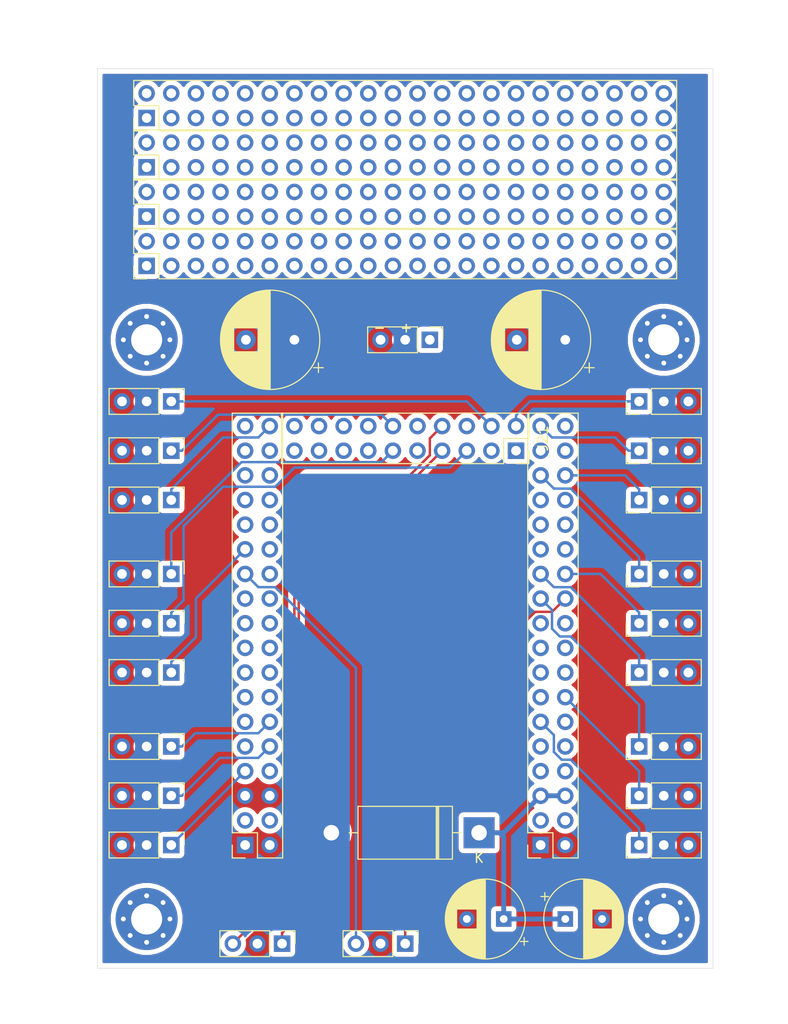
<source format=kicad_pcb>
(kicad_pcb (version 20171130) (host pcbnew "(5.1.5)-3")
  (layers (0 F.Cu signal) (31 B.Cu signal) (34 B.Paste user) (35 F.Paste user hide) (36 B.SilkS user) (37 F.SilkS user) (38 B.Mask user hide) (39 F.Mask user hide) (44 Edge.Cuts user))
  (net 0 "")
  (net 1 GND)
  (net 2 +5V)
  (net 3 /A1)
  (net 4 /A3)
  (net 5 /A2)
  (net 6 /B1)
  (net 7 /E9)
  (net 8 /E11)
  (net 9 /E13)
  (net 10 /B14)
  (net 11 /B15)
  (net 12 /E6)
  (net 13 /E5)
  (net 14 /B8)
  (net 15 /B7)
  (net 16 /B5)
  (net 17 /B0)
  (net 18 /E14)
  (net 19 /A15)
  (net 20 /C6)
  (net 21 "Net-(J19-Pad34)")
  (net 22 "Net-(J19-Pad33)")
  (net 23 "Net-(J19-Pad32)")
  (net 24 "Net-(J19-Pad31)")
  (net 25 "Net-(J19-Pad30)")
  (net 26 "Net-(J19-Pad29)")
  (net 27 "Net-(J19-Pad28)")
  (net 28 "Net-(J19-Pad27)")
  (net 29 /C11)
  (net 30 "Net-(J19-Pad22)")
  (net 31 "Net-(J19-Pad21)")
  (net 32 "Net-(J19-Pad20)")
  (net 33 "Net-(J19-Pad19)")
  (net 34 "Net-(J19-Pad18)")
  (net 35 "Net-(J19-Pad17)")
  (net 36 "Net-(J19-Pad16)")
  (net 37 "Net-(J19-Pad15)")
  (net 38 "Net-(J19-Pad14)")
  (net 39 "Net-(J19-Pad13)")
  (net 40 "Net-(J19-Pad4)")
  (net 41 "Net-(J19-Pad3)")
  (net 42 "Net-(J20-Pad34)")
  (net 43 "Net-(J20-Pad33)")
  (net 44 "Net-(J20-Pad30)")
  (net 45 "Net-(J20-Pad29)")
  (net 46 "Net-(J20-Pad28)")
  (net 47 "Net-(J20-Pad27)")
  (net 48 "Net-(J20-Pad26)")
  (net 49 "Net-(J20-Pad25)")
  (net 50 /A0)
  (net 51 "Net-(J20-Pad20)")
  (net 52 "Net-(J20-Pad19)")
  (net 53 "Net-(J20-Pad18)")
  (net 54 "Net-(J20-Pad17)")
  (net 55 "Net-(J20-Pad16)")
  (net 56 "Net-(J20-Pad15)")
  (net 57 "Net-(J20-Pad10)")
  (net 58 "Net-(J20-Pad9)")
  (net 59 "Net-(J20-Pad8)")
  (net 60 "Net-(J20-Pad7)")
  (net 61 "Net-(J20-Pad4)")
  (net 62 "Net-(J20-Pad3)")
  (net 63 "Net-(J21-Pad20)")
  (net 64 "Net-(J21-Pad19)")
  (net 65 "Net-(J21-Pad18)")
  (net 66 "Net-(J21-Pad17)")
  (net 67 "Net-(J21-Pad16)")
  (net 68 "Net-(J21-Pad15)")
  (net 69 "Net-(J21-Pad14)")
  (net 70 "Net-(J21-Pad13)")
  (net 71 "Net-(J21-Pad10)")
  (net 72 "Net-(J21-Pad9)")
  (net 73 /B10)
  (net 74 /B11)
  (net 75 "Net-(C1-Pad1)")
  (net 76 "Net-(J22-Pad1)")
  (net 77 "Net-(J23-Pad44)")
  (net 78 "Net-(J23-Pad43)")
  (net 79 "Net-(J23-Pad42)")
  (net 80 "Net-(J23-Pad41)")
  (net 81 "Net-(J23-Pad40)")
  (net 82 "Net-(J23-Pad39)")
  (net 83 "Net-(J23-Pad38)")
  (net 84 "Net-(J23-Pad37)")
  (net 85 "Net-(J23-Pad36)")
  (net 86 "Net-(J23-Pad35)")
  (net 87 "Net-(J23-Pad34)")
  (net 88 "Net-(J23-Pad33)")
  (net 89 "Net-(J23-Pad32)")
  (net 90 "Net-(J23-Pad31)")
  (net 91 "Net-(J23-Pad30)")
  (net 92 "Net-(J23-Pad29)")
  (net 93 "Net-(J23-Pad28)")
  (net 94 "Net-(J23-Pad27)")
  (net 95 "Net-(J23-Pad26)")
  (net 96 "Net-(J23-Pad25)")
  (net 97 "Net-(J23-Pad24)")
  (net 98 "Net-(J23-Pad23)")
  (net 99 "Net-(J23-Pad22)")
  (net 100 "Net-(J23-Pad21)")
  (net 101 "Net-(J23-Pad20)")
  (net 102 "Net-(J23-Pad19)")
  (net 103 "Net-(J23-Pad18)")
  (net 104 "Net-(J23-Pad17)")
  (net 105 "Net-(J23-Pad16)")
  (net 106 "Net-(J23-Pad15)")
  (net 107 "Net-(J23-Pad14)")
  (net 108 "Net-(J23-Pad13)")
  (net 109 "Net-(J23-Pad12)")
  (net 110 "Net-(J23-Pad11)")
  (net 111 "Net-(J23-Pad10)")
  (net 112 "Net-(J23-Pad9)")
  (net 113 "Net-(J23-Pad8)")
  (net 114 "Net-(J23-Pad7)")
  (net 115 "Net-(J23-Pad6)")
  (net 116 "Net-(J23-Pad5)")
  (net 117 "Net-(J23-Pad4)")
  (net 118 "Net-(J23-Pad3)")
  (net 119 "Net-(J23-Pad2)")
  (net 120 "Net-(J23-Pad1)")
  (net 121 "Net-(J24-Pad44)")
  (net 122 "Net-(J24-Pad43)")
  (net 123 "Net-(J24-Pad42)")
  (net 124 "Net-(J24-Pad41)")
  (net 125 "Net-(J24-Pad40)")
  (net 126 "Net-(J24-Pad39)")
  (net 127 "Net-(J24-Pad38)")
  (net 128 "Net-(J24-Pad37)")
  (net 129 "Net-(J24-Pad36)")
  (net 130 "Net-(J24-Pad35)")
  (net 131 "Net-(J24-Pad34)")
  (net 132 "Net-(J24-Pad33)")
  (net 133 "Net-(J24-Pad32)")
  (net 134 "Net-(J24-Pad31)")
  (net 135 "Net-(J24-Pad30)")
  (net 136 "Net-(J24-Pad29)")
  (net 137 "Net-(J24-Pad28)")
  (net 138 "Net-(J24-Pad27)")
  (net 139 "Net-(J24-Pad26)")
  (net 140 "Net-(J24-Pad25)")
  (net 141 "Net-(J24-Pad24)")
  (net 142 "Net-(J24-Pad23)")
  (net 143 "Net-(J24-Pad22)")
  (net 144 "Net-(J24-Pad21)")
  (net 145 "Net-(J24-Pad20)")
  (net 146 "Net-(J24-Pad19)")
  (net 147 "Net-(J24-Pad18)")
  (net 148 "Net-(J24-Pad17)")
  (net 149 "Net-(J24-Pad16)")
  (net 150 "Net-(J24-Pad15)")
  (net 151 "Net-(J24-Pad14)")
  (net 152 "Net-(J24-Pad13)")
  (net 153 "Net-(J24-Pad12)")
  (net 154 "Net-(J24-Pad11)")
  (net 155 "Net-(J24-Pad10)")
  (net 156 "Net-(J24-Pad9)")
  (net 157 "Net-(J24-Pad8)")
  (net 158 "Net-(J24-Pad7)")
  (net 159 "Net-(J24-Pad6)")
  (net 160 "Net-(J24-Pad5)")
  (net 161 "Net-(J24-Pad4)")
  (net 162 "Net-(J24-Pad3)")
  (net 163 "Net-(J24-Pad2)")
  (net 164 "Net-(J24-Pad1)")
  (net 165 "Net-(J25-Pad44)")
  (net 166 "Net-(J25-Pad43)")
  (net 167 "Net-(J25-Pad42)")
  (net 168 "Net-(J25-Pad41)")
  (net 169 "Net-(J25-Pad40)")
  (net 170 "Net-(J25-Pad39)")
  (net 171 "Net-(J25-Pad38)")
  (net 172 "Net-(J25-Pad37)")
  (net 173 "Net-(J25-Pad36)")
  (net 174 "Net-(J25-Pad35)")
  (net 175 "Net-(J25-Pad34)")
  (net 176 "Net-(J25-Pad33)")
  (net 177 "Net-(J25-Pad32)")
  (net 178 "Net-(J25-Pad31)")
  (net 179 "Net-(J25-Pad30)")
  (net 180 "Net-(J25-Pad29)")
  (net 181 "Net-(J25-Pad28)")
  (net 182 "Net-(J25-Pad27)")
  (net 183 "Net-(J25-Pad26)")
  (net 184 "Net-(J25-Pad25)")
  (net 185 "Net-(J25-Pad24)")
  (net 186 "Net-(J25-Pad23)")
  (net 187 "Net-(J25-Pad22)")
  (net 188 "Net-(J25-Pad21)")
  (net 189 "Net-(J25-Pad20)")
  (net 190 "Net-(J25-Pad19)")
  (net 191 "Net-(J25-Pad18)")
  (net 192 "Net-(J25-Pad17)")
  (net 193 "Net-(J25-Pad16)")
  (net 194 "Net-(J25-Pad15)")
  (net 195 "Net-(J25-Pad14)")
  (net 196 "Net-(J25-Pad13)")
  (net 197 "Net-(J25-Pad12)")
  (net 198 "Net-(J25-Pad11)")
  (net 199 "Net-(J25-Pad10)")
  (net 200 "Net-(J25-Pad9)")
  (net 201 "Net-(J25-Pad8)")
  (net 202 "Net-(J25-Pad7)")
  (net 203 "Net-(J25-Pad6)")
  (net 204 "Net-(J25-Pad5)")
  (net 205 "Net-(J25-Pad4)")
  (net 206 "Net-(J25-Pad3)")
  (net 207 "Net-(J25-Pad2)")
  (net 208 "Net-(J25-Pad1)")
  (net 209 "Net-(J26-Pad44)")
  (net 210 "Net-(J26-Pad43)")
  (net 211 "Net-(J26-Pad42)")
  (net 212 "Net-(J26-Pad41)")
  (net 213 "Net-(J26-Pad40)")
  (net 214 "Net-(J26-Pad39)")
  (net 215 "Net-(J26-Pad38)")
  (net 216 "Net-(J26-Pad37)")
  (net 217 "Net-(J26-Pad36)")
  (net 218 "Net-(J26-Pad35)")
  (net 219 "Net-(J26-Pad34)")
  (net 220 "Net-(J26-Pad33)")
  (net 221 "Net-(J26-Pad32)")
  (net 222 "Net-(J26-Pad31)")
  (net 223 "Net-(J26-Pad30)")
  (net 224 "Net-(J26-Pad29)")
  (net 225 "Net-(J26-Pad28)")
  (net 226 "Net-(J26-Pad27)")
  (net 227 "Net-(J26-Pad26)")
  (net 228 "Net-(J26-Pad25)")
  (net 229 "Net-(J26-Pad24)")
  (net 230 "Net-(J26-Pad23)")
  (net 231 "Net-(J26-Pad22)")
  (net 232 "Net-(J26-Pad21)")
  (net 233 "Net-(J26-Pad20)")
  (net 234 "Net-(J26-Pad19)")
  (net 235 "Net-(J26-Pad18)")
  (net 236 "Net-(J26-Pad17)")
  (net 237 "Net-(J26-Pad16)")
  (net 238 "Net-(J26-Pad15)")
  (net 239 "Net-(J26-Pad14)")
  (net 240 "Net-(J26-Pad13)")
  (net 241 "Net-(J26-Pad12)")
  (net 242 "Net-(J26-Pad11)")
  (net 243 "Net-(J26-Pad10)")
  (net 244 "Net-(J26-Pad9)")
  (net 245 "Net-(J26-Pad8)")
  (net 246 "Net-(J26-Pad7)")
  (net 247 "Net-(J26-Pad6)")
  (net 248 "Net-(J26-Pad5)")
  (net 249 "Net-(J26-Pad4)")
  (net 250 "Net-(J26-Pad3)")
  (net 251 "Net-(J26-Pad2)")
  (net 252 "Net-(J26-Pad1)")
  (net 253 "Net-(J19-Pad35)")
  (net 254 "Net-(J19-Pad26)")
  (net 255 "Net-(J19-Pad24)")
  (net 256 "Net-(J19-Pad11)")
  (net 257 "Net-(J19-Pad9)")
  (net 258 "Net-(J19-Pad8)")
  (net 259 "Net-(J20-Pad36)")
  (net 260 "Net-(J20-Pad13)")
  (net 261 "Net-(J20-Pad12)")
  (net 262 "Net-(J21-Pad6)")
  (net 263 "Net-(J21-Pad3)")
  (net 264 "Net-(J21-Pad1)")
  (module Connector_PinHeader_2.54mm:PinHeader_1x03_P2.54mm_Vertical (layer F.Cu) (at 130.81 157.48 270)
    (fp_text reference J28 hide)
    (fp_text value Conn_01x03)
    (pad 3 thru_hole oval (at 0 5.08 270) (size 1.7 1.7) (drill 1) (layers *.Cu *.Mask) (net 74 /B11))
    (pad 2 thru_hole oval (at 0 2.54 270) (size 1.7 1.7) (drill 1) (layers *.Cu *.Mask) (net 1 GND))
    (pad 1 thru_hole rect (at 0 0 270) (size 1.7 1.7) (drill 1) (layers *.Cu *.Mask) (net 73 /B10))
  )
  (module Connector_PinHeader_2.54mm:PinHeader_1x03_P2.54mm_Vertical (layer F.Cu) (at 143.51 157.48 270)
    (fp_text reference J27 hide)
    (fp_text value Conn_01x03)
    (pad 3 thru_hole oval (at 0 5.08 270) (size 1.7 1.7) (drill 1) (layers *.Cu *.Mask) (net 29 /C11))
    (pad 2 thru_hole oval (at 0 2.54 270) (size 1.7 1.7) (drill 1) (layers *.Cu *.Mask) (net 1 GND))
    (pad 1 thru_hole rect (at 0 0 270) (size 1.7 1.7) (drill 1) (layers *.Cu *.Mask) (net 50 /A0))
  )
  (module Connector_PinHeader_2.54mm:PinHeader_2x22_P2.54mm_Vertical (layer F.Cu) (at 116.84 72.39 90)
    (fp_text reference J26 hide)
    (fp_text value Conn_02x22_Odd_Even)
    (pad 44 thru_hole oval (at 2.54 53.34 90) (size 1.7 1.7) (drill 1) (layers *.Cu *.Mask) (net 209 "Net-(J26-Pad44)"))
    (pad 43 thru_hole oval (at 0 53.34 90) (size 1.7 1.7) (drill 1) (layers *.Cu *.Mask) (net 210 "Net-(J26-Pad43)"))
    (pad 42 thru_hole oval (at 2.54 50.8 90) (size 1.7 1.7) (drill 1) (layers *.Cu *.Mask) (net 211 "Net-(J26-Pad42)"))
    (pad 41 thru_hole oval (at 0 50.8 90) (size 1.7 1.7) (drill 1) (layers *.Cu *.Mask) (net 212 "Net-(J26-Pad41)"))
    (pad 40 thru_hole oval (at 2.54 48.26 90) (size 1.7 1.7) (drill 1) (layers *.Cu *.Mask) (net 213 "Net-(J26-Pad40)"))
    (pad 39 thru_hole oval (at 0 48.26 90) (size 1.7 1.7) (drill 1) (layers *.Cu *.Mask) (net 214 "Net-(J26-Pad39)"))
    (pad 38 thru_hole oval (at 2.54 45.72 90) (size 1.7 1.7) (drill 1) (layers *.Cu *.Mask) (net 215 "Net-(J26-Pad38)"))
    (pad 37 thru_hole oval (at 0 45.72 90) (size 1.7 1.7) (drill 1) (layers *.Cu *.Mask) (net 216 "Net-(J26-Pad37)"))
    (pad 36 thru_hole oval (at 2.54 43.18 90) (size 1.7 1.7) (drill 1) (layers *.Cu *.Mask) (net 217 "Net-(J26-Pad36)"))
    (pad 35 thru_hole oval (at 0 43.18 90) (size 1.7 1.7) (drill 1) (layers *.Cu *.Mask) (net 218 "Net-(J26-Pad35)"))
    (pad 34 thru_hole oval (at 2.54 40.64 90) (size 1.7 1.7) (drill 1) (layers *.Cu *.Mask) (net 219 "Net-(J26-Pad34)"))
    (pad 33 thru_hole oval (at 0 40.64 90) (size 1.7 1.7) (drill 1) (layers *.Cu *.Mask) (net 220 "Net-(J26-Pad33)"))
    (pad 32 thru_hole oval (at 2.54 38.1 90) (size 1.7 1.7) (drill 1) (layers *.Cu *.Mask) (net 221 "Net-(J26-Pad32)"))
    (pad 31 thru_hole oval (at 0 38.1 90) (size 1.7 1.7) (drill 1) (layers *.Cu *.Mask) (net 222 "Net-(J26-Pad31)"))
    (pad 30 thru_hole oval (at 2.54 35.56 90) (size 1.7 1.7) (drill 1) (layers *.Cu *.Mask) (net 223 "Net-(J26-Pad30)"))
    (pad 29 thru_hole oval (at 0 35.56 90) (size 1.7 1.7) (drill 1) (layers *.Cu *.Mask) (net 224 "Net-(J26-Pad29)"))
    (pad 28 thru_hole oval (at 2.54 33.02 90) (size 1.7 1.7) (drill 1) (layers *.Cu *.Mask) (net 225 "Net-(J26-Pad28)"))
    (pad 27 thru_hole oval (at 0 33.02 90) (size 1.7 1.7) (drill 1) (layers *.Cu *.Mask) (net 226 "Net-(J26-Pad27)"))
    (pad 26 thru_hole oval (at 2.54 30.48 90) (size 1.7 1.7) (drill 1) (layers *.Cu *.Mask) (net 227 "Net-(J26-Pad26)"))
    (pad 25 thru_hole oval (at 0 30.48 90) (size 1.7 1.7) (drill 1) (layers *.Cu *.Mask) (net 228 "Net-(J26-Pad25)"))
    (pad 24 thru_hole oval (at 2.54 27.94 90) (size 1.7 1.7) (drill 1) (layers *.Cu *.Mask) (net 229 "Net-(J26-Pad24)"))
    (pad 23 thru_hole oval (at 0 27.94 90) (size 1.7 1.7) (drill 1) (layers *.Cu *.Mask) (net 230 "Net-(J26-Pad23)"))
    (pad 22 thru_hole oval (at 2.54 25.4 90) (size 1.7 1.7) (drill 1) (layers *.Cu *.Mask) (net 231 "Net-(J26-Pad22)"))
    (pad 21 thru_hole oval (at 0 25.4 90) (size 1.7 1.7) (drill 1) (layers *.Cu *.Mask) (net 232 "Net-(J26-Pad21)"))
    (pad 20 thru_hole oval (at 2.54 22.86 90) (size 1.7 1.7) (drill 1) (layers *.Cu *.Mask) (net 233 "Net-(J26-Pad20)"))
    (pad 19 thru_hole oval (at 0 22.86 90) (size 1.7 1.7) (drill 1) (layers *.Cu *.Mask) (net 234 "Net-(J26-Pad19)"))
    (pad 18 thru_hole oval (at 2.54 20.32 90) (size 1.7 1.7) (drill 1) (layers *.Cu *.Mask) (net 235 "Net-(J26-Pad18)"))
    (pad 17 thru_hole oval (at 0 20.32 90) (size 1.7 1.7) (drill 1) (layers *.Cu *.Mask) (net 236 "Net-(J26-Pad17)"))
    (pad 16 thru_hole oval (at 2.54 17.78 90) (size 1.7 1.7) (drill 1) (layers *.Cu *.Mask) (net 237 "Net-(J26-Pad16)"))
    (pad 15 thru_hole oval (at 0 17.78 90) (size 1.7 1.7) (drill 1) (layers *.Cu *.Mask) (net 238 "Net-(J26-Pad15)"))
    (pad 14 thru_hole oval (at 2.54 15.24 90) (size 1.7 1.7) (drill 1) (layers *.Cu *.Mask) (net 239 "Net-(J26-Pad14)"))
    (pad 13 thru_hole oval (at 0 15.24 90) (size 1.7 1.7) (drill 1) (layers *.Cu *.Mask) (net 240 "Net-(J26-Pad13)"))
    (pad 12 thru_hole oval (at 2.54 12.7 90) (size 1.7 1.7) (drill 1) (layers *.Cu *.Mask) (net 241 "Net-(J26-Pad12)"))
    (pad 11 thru_hole oval (at 0 12.7 90) (size 1.7 1.7) (drill 1) (layers *.Cu *.Mask) (net 242 "Net-(J26-Pad11)"))
    (pad 10 thru_hole oval (at 2.54 10.16 90) (size 1.7 1.7) (drill 1) (layers *.Cu *.Mask) (net 243 "Net-(J26-Pad10)"))
    (pad 9 thru_hole oval (at 0 10.16 90) (size 1.7 1.7) (drill 1) (layers *.Cu *.Mask) (net 244 "Net-(J26-Pad9)"))
    (pad 8 thru_hole oval (at 2.54 7.62 90) (size 1.7 1.7) (drill 1) (layers *.Cu *.Mask) (net 245 "Net-(J26-Pad8)"))
    (pad 7 thru_hole oval (at 0 7.62 90) (size 1.7 1.7) (drill 1) (layers *.Cu *.Mask) (net 246 "Net-(J26-Pad7)"))
    (pad 6 thru_hole oval (at 2.54 5.08 90) (size 1.7 1.7) (drill 1) (layers *.Cu *.Mask) (net 247 "Net-(J26-Pad6)"))
    (pad 5 thru_hole oval (at 0 5.08 90) (size 1.7 1.7) (drill 1) (layers *.Cu *.Mask) (net 248 "Net-(J26-Pad5)"))
    (pad 4 thru_hole oval (at 2.54 2.54 90) (size 1.7 1.7) (drill 1) (layers *.Cu *.Mask) (net 249 "Net-(J26-Pad4)"))
    (pad 3 thru_hole oval (at 0 2.54 90) (size 1.7 1.7) (drill 1) (layers *.Cu *.Mask) (net 250 "Net-(J26-Pad3)"))
    (pad 2 thru_hole oval (at 2.54 0 90) (size 1.7 1.7) (drill 1) (layers *.Cu *.Mask) (net 251 "Net-(J26-Pad2)"))
    (pad 1 thru_hole rect (at 0 0 90) (size 1.7 1.7) (drill 1) (layers *.Cu *.Mask) (net 252 "Net-(J26-Pad1)"))
  )
  (module Connector_PinHeader_2.54mm:PinHeader_2x22_P2.54mm_Vertical (layer F.Cu) (at 116.84 77.47 90)
    (fp_text reference J25 hide)
    (fp_text value Conn_02x22_Odd_Even)
    (pad 44 thru_hole oval (at 2.54 53.34 90) (size 1.7 1.7) (drill 1) (layers *.Cu *.Mask) (net 165 "Net-(J25-Pad44)"))
    (pad 43 thru_hole oval (at 0 53.34 90) (size 1.7 1.7) (drill 1) (layers *.Cu *.Mask) (net 166 "Net-(J25-Pad43)"))
    (pad 42 thru_hole oval (at 2.54 50.8 90) (size 1.7 1.7) (drill 1) (layers *.Cu *.Mask) (net 167 "Net-(J25-Pad42)"))
    (pad 41 thru_hole oval (at 0 50.8 90) (size 1.7 1.7) (drill 1) (layers *.Cu *.Mask) (net 168 "Net-(J25-Pad41)"))
    (pad 40 thru_hole oval (at 2.54 48.26 90) (size 1.7 1.7) (drill 1) (layers *.Cu *.Mask) (net 169 "Net-(J25-Pad40)"))
    (pad 39 thru_hole oval (at 0 48.26 90) (size 1.7 1.7) (drill 1) (layers *.Cu *.Mask) (net 170 "Net-(J25-Pad39)"))
    (pad 38 thru_hole oval (at 2.54 45.72 90) (size 1.7 1.7) (drill 1) (layers *.Cu *.Mask) (net 171 "Net-(J25-Pad38)"))
    (pad 37 thru_hole oval (at 0 45.72 90) (size 1.7 1.7) (drill 1) (layers *.Cu *.Mask) (net 172 "Net-(J25-Pad37)"))
    (pad 36 thru_hole oval (at 2.54 43.18 90) (size 1.7 1.7) (drill 1) (layers *.Cu *.Mask) (net 173 "Net-(J25-Pad36)"))
    (pad 35 thru_hole oval (at 0 43.18 90) (size 1.7 1.7) (drill 1) (layers *.Cu *.Mask) (net 174 "Net-(J25-Pad35)"))
    (pad 34 thru_hole oval (at 2.54 40.64 90) (size 1.7 1.7) (drill 1) (layers *.Cu *.Mask) (net 175 "Net-(J25-Pad34)"))
    (pad 33 thru_hole oval (at 0 40.64 90) (size 1.7 1.7) (drill 1) (layers *.Cu *.Mask) (net 176 "Net-(J25-Pad33)"))
    (pad 32 thru_hole oval (at 2.54 38.1 90) (size 1.7 1.7) (drill 1) (layers *.Cu *.Mask) (net 177 "Net-(J25-Pad32)"))
    (pad 31 thru_hole oval (at 0 38.1 90) (size 1.7 1.7) (drill 1) (layers *.Cu *.Mask) (net 178 "Net-(J25-Pad31)"))
    (pad 30 thru_hole oval (at 2.54 35.56 90) (size 1.7 1.7) (drill 1) (layers *.Cu *.Mask) (net 179 "Net-(J25-Pad30)"))
    (pad 29 thru_hole oval (at 0 35.56 90) (size 1.7 1.7) (drill 1) (layers *.Cu *.Mask) (net 180 "Net-(J25-Pad29)"))
    (pad 28 thru_hole oval (at 2.54 33.02 90) (size 1.7 1.7) (drill 1) (layers *.Cu *.Mask) (net 181 "Net-(J25-Pad28)"))
    (pad 27 thru_hole oval (at 0 33.02 90) (size 1.7 1.7) (drill 1) (layers *.Cu *.Mask) (net 182 "Net-(J25-Pad27)"))
    (pad 26 thru_hole oval (at 2.54 30.48 90) (size 1.7 1.7) (drill 1) (layers *.Cu *.Mask) (net 183 "Net-(J25-Pad26)"))
    (pad 25 thru_hole oval (at 0 30.48 90) (size 1.7 1.7) (drill 1) (layers *.Cu *.Mask) (net 184 "Net-(J25-Pad25)"))
    (pad 24 thru_hole oval (at 2.54 27.94 90) (size 1.7 1.7) (drill 1) (layers *.Cu *.Mask) (net 185 "Net-(J25-Pad24)"))
    (pad 23 thru_hole oval (at 0 27.94 90) (size 1.7 1.7) (drill 1) (layers *.Cu *.Mask) (net 186 "Net-(J25-Pad23)"))
    (pad 22 thru_hole oval (at 2.54 25.4 90) (size 1.7 1.7) (drill 1) (layers *.Cu *.Mask) (net 187 "Net-(J25-Pad22)"))
    (pad 21 thru_hole oval (at 0 25.4 90) (size 1.7 1.7) (drill 1) (layers *.Cu *.Mask) (net 188 "Net-(J25-Pad21)"))
    (pad 20 thru_hole oval (at 2.54 22.86 90) (size 1.7 1.7) (drill 1) (layers *.Cu *.Mask) (net 189 "Net-(J25-Pad20)"))
    (pad 19 thru_hole oval (at 0 22.86 90) (size 1.7 1.7) (drill 1) (layers *.Cu *.Mask) (net 190 "Net-(J25-Pad19)"))
    (pad 18 thru_hole oval (at 2.54 20.32 90) (size 1.7 1.7) (drill 1) (layers *.Cu *.Mask) (net 191 "Net-(J25-Pad18)"))
    (pad 17 thru_hole oval (at 0 20.32 90) (size 1.7 1.7) (drill 1) (layers *.Cu *.Mask) (net 192 "Net-(J25-Pad17)"))
    (pad 16 thru_hole oval (at 2.54 17.78 90) (size 1.7 1.7) (drill 1) (layers *.Cu *.Mask) (net 193 "Net-(J25-Pad16)"))
    (pad 15 thru_hole oval (at 0 17.78 90) (size 1.7 1.7) (drill 1) (layers *.Cu *.Mask) (net 194 "Net-(J25-Pad15)"))
    (pad 14 thru_hole oval (at 2.54 15.24 90) (size 1.7 1.7) (drill 1) (layers *.Cu *.Mask) (net 195 "Net-(J25-Pad14)"))
    (pad 13 thru_hole oval (at 0 15.24 90) (size 1.7 1.7) (drill 1) (layers *.Cu *.Mask) (net 196 "Net-(J25-Pad13)"))
    (pad 12 thru_hole oval (at 2.54 12.7 90) (size 1.7 1.7) (drill 1) (layers *.Cu *.Mask) (net 197 "Net-(J25-Pad12)"))
    (pad 11 thru_hole oval (at 0 12.7 90) (size 1.7 1.7) (drill 1) (layers *.Cu *.Mask) (net 198 "Net-(J25-Pad11)"))
    (pad 10 thru_hole oval (at 2.54 10.16 90) (size 1.7 1.7) (drill 1) (layers *.Cu *.Mask) (net 199 "Net-(J25-Pad10)"))
    (pad 9 thru_hole oval (at 0 10.16 90) (size 1.7 1.7) (drill 1) (layers *.Cu *.Mask) (net 200 "Net-(J25-Pad9)"))
    (pad 8 thru_hole oval (at 2.54 7.62 90) (size 1.7 1.7) (drill 1) (layers *.Cu *.Mask) (net 201 "Net-(J25-Pad8)"))
    (pad 7 thru_hole oval (at 0 7.62 90) (size 1.7 1.7) (drill 1) (layers *.Cu *.Mask) (net 202 "Net-(J25-Pad7)"))
    (pad 6 thru_hole oval (at 2.54 5.08 90) (size 1.7 1.7) (drill 1) (layers *.Cu *.Mask) (net 203 "Net-(J25-Pad6)"))
    (pad 5 thru_hole oval (at 0 5.08 90) (size 1.7 1.7) (drill 1) (layers *.Cu *.Mask) (net 204 "Net-(J25-Pad5)"))
    (pad 4 thru_hole oval (at 2.54 2.54 90) (size 1.7 1.7) (drill 1) (layers *.Cu *.Mask) (net 205 "Net-(J25-Pad4)"))
    (pad 3 thru_hole oval (at 0 2.54 90) (size 1.7 1.7) (drill 1) (layers *.Cu *.Mask) (net 206 "Net-(J25-Pad3)"))
    (pad 2 thru_hole oval (at 2.54 0 90) (size 1.7 1.7) (drill 1) (layers *.Cu *.Mask) (net 207 "Net-(J25-Pad2)"))
    (pad 1 thru_hole rect (at 0 0 90) (size 1.7 1.7) (drill 1) (layers *.Cu *.Mask) (net 208 "Net-(J25-Pad1)"))
  )
  (module Connector_PinHeader_2.54mm:PinHeader_2x22_P2.54mm_Vertical (layer F.Cu) (at 116.84 82.55 90)
    (fp_text reference J24 hide)
    (fp_text value Conn_02x22_Odd_Even)
    (pad 44 thru_hole oval (at 2.54 53.34 90) (size 1.7 1.7) (drill 1) (layers *.Cu *.Mask) (net 121 "Net-(J24-Pad44)"))
    (pad 43 thru_hole oval (at 0 53.34 90) (size 1.7 1.7) (drill 1) (layers *.Cu *.Mask) (net 122 "Net-(J24-Pad43)"))
    (pad 42 thru_hole oval (at 2.54 50.8 90) (size 1.7 1.7) (drill 1) (layers *.Cu *.Mask) (net 123 "Net-(J24-Pad42)"))
    (pad 41 thru_hole oval (at 0 50.8 90) (size 1.7 1.7) (drill 1) (layers *.Cu *.Mask) (net 124 "Net-(J24-Pad41)"))
    (pad 40 thru_hole oval (at 2.54 48.26 90) (size 1.7 1.7) (drill 1) (layers *.Cu *.Mask) (net 125 "Net-(J24-Pad40)"))
    (pad 39 thru_hole oval (at 0 48.26 90) (size 1.7 1.7) (drill 1) (layers *.Cu *.Mask) (net 126 "Net-(J24-Pad39)"))
    (pad 38 thru_hole oval (at 2.54 45.72 90) (size 1.7 1.7) (drill 1) (layers *.Cu *.Mask) (net 127 "Net-(J24-Pad38)"))
    (pad 37 thru_hole oval (at 0 45.72 90) (size 1.7 1.7) (drill 1) (layers *.Cu *.Mask) (net 128 "Net-(J24-Pad37)"))
    (pad 36 thru_hole oval (at 2.54 43.18 90) (size 1.7 1.7) (drill 1) (layers *.Cu *.Mask) (net 129 "Net-(J24-Pad36)"))
    (pad 35 thru_hole oval (at 0 43.18 90) (size 1.7 1.7) (drill 1) (layers *.Cu *.Mask) (net 130 "Net-(J24-Pad35)"))
    (pad 34 thru_hole oval (at 2.54 40.64 90) (size 1.7 1.7) (drill 1) (layers *.Cu *.Mask) (net 131 "Net-(J24-Pad34)"))
    (pad 33 thru_hole oval (at 0 40.64 90) (size 1.7 1.7) (drill 1) (layers *.Cu *.Mask) (net 132 "Net-(J24-Pad33)"))
    (pad 32 thru_hole oval (at 2.54 38.1 90) (size 1.7 1.7) (drill 1) (layers *.Cu *.Mask) (net 133 "Net-(J24-Pad32)"))
    (pad 31 thru_hole oval (at 0 38.1 90) (size 1.7 1.7) (drill 1) (layers *.Cu *.Mask) (net 134 "Net-(J24-Pad31)"))
    (pad 30 thru_hole oval (at 2.54 35.56 90) (size 1.7 1.7) (drill 1) (layers *.Cu *.Mask) (net 135 "Net-(J24-Pad30)"))
    (pad 29 thru_hole oval (at 0 35.56 90) (size 1.7 1.7) (drill 1) (layers *.Cu *.Mask) (net 136 "Net-(J24-Pad29)"))
    (pad 28 thru_hole oval (at 2.54 33.02 90) (size 1.7 1.7) (drill 1) (layers *.Cu *.Mask) (net 137 "Net-(J24-Pad28)"))
    (pad 27 thru_hole oval (at 0 33.02 90) (size 1.7 1.7) (drill 1) (layers *.Cu *.Mask) (net 138 "Net-(J24-Pad27)"))
    (pad 26 thru_hole oval (at 2.54 30.48 90) (size 1.7 1.7) (drill 1) (layers *.Cu *.Mask) (net 139 "Net-(J24-Pad26)"))
    (pad 25 thru_hole oval (at 0 30.48 90) (size 1.7 1.7) (drill 1) (layers *.Cu *.Mask) (net 140 "Net-(J24-Pad25)"))
    (pad 24 thru_hole oval (at 2.54 27.94 90) (size 1.7 1.7) (drill 1) (layers *.Cu *.Mask) (net 141 "Net-(J24-Pad24)"))
    (pad 23 thru_hole oval (at 0 27.94 90) (size 1.7 1.7) (drill 1) (layers *.Cu *.Mask) (net 142 "Net-(J24-Pad23)"))
    (pad 22 thru_hole oval (at 2.54 25.4 90) (size 1.7 1.7) (drill 1) (layers *.Cu *.Mask) (net 143 "Net-(J24-Pad22)"))
    (pad 21 thru_hole oval (at 0 25.4 90) (size 1.7 1.7) (drill 1) (layers *.Cu *.Mask) (net 144 "Net-(J24-Pad21)"))
    (pad 20 thru_hole oval (at 2.54 22.86 90) (size 1.7 1.7) (drill 1) (layers *.Cu *.Mask) (net 145 "Net-(J24-Pad20)"))
    (pad 19 thru_hole oval (at 0 22.86 90) (size 1.7 1.7) (drill 1) (layers *.Cu *.Mask) (net 146 "Net-(J24-Pad19)"))
    (pad 18 thru_hole oval (at 2.54 20.32 90) (size 1.7 1.7) (drill 1) (layers *.Cu *.Mask) (net 147 "Net-(J24-Pad18)"))
    (pad 17 thru_hole oval (at 0 20.32 90) (size 1.7 1.7) (drill 1) (layers *.Cu *.Mask) (net 148 "Net-(J24-Pad17)"))
    (pad 16 thru_hole oval (at 2.54 17.78 90) (size 1.7 1.7) (drill 1) (layers *.Cu *.Mask) (net 149 "Net-(J24-Pad16)"))
    (pad 15 thru_hole oval (at 0 17.78 90) (size 1.7 1.7) (drill 1) (layers *.Cu *.Mask) (net 150 "Net-(J24-Pad15)"))
    (pad 14 thru_hole oval (at 2.54 15.24 90) (size 1.7 1.7) (drill 1) (layers *.Cu *.Mask) (net 151 "Net-(J24-Pad14)"))
    (pad 13 thru_hole oval (at 0 15.24 90) (size 1.7 1.7) (drill 1) (layers *.Cu *.Mask) (net 152 "Net-(J24-Pad13)"))
    (pad 12 thru_hole oval (at 2.54 12.7 90) (size 1.7 1.7) (drill 1) (layers *.Cu *.Mask) (net 153 "Net-(J24-Pad12)"))
    (pad 11 thru_hole oval (at 0 12.7 90) (size 1.7 1.7) (drill 1) (layers *.Cu *.Mask) (net 154 "Net-(J24-Pad11)"))
    (pad 10 thru_hole oval (at 2.54 10.16 90) (size 1.7 1.7) (drill 1) (layers *.Cu *.Mask) (net 155 "Net-(J24-Pad10)"))
    (pad 9 thru_hole oval (at 0 10.16 90) (size 1.7 1.7) (drill 1) (layers *.Cu *.Mask) (net 156 "Net-(J24-Pad9)"))
    (pad 8 thru_hole oval (at 2.54 7.62 90) (size 1.7 1.7) (drill 1) (layers *.Cu *.Mask) (net 157 "Net-(J24-Pad8)"))
    (pad 7 thru_hole oval (at 0 7.62 90) (size 1.7 1.7) (drill 1) (layers *.Cu *.Mask) (net 158 "Net-(J24-Pad7)"))
    (pad 6 thru_hole oval (at 2.54 5.08 90) (size 1.7 1.7) (drill 1) (layers *.Cu *.Mask) (net 159 "Net-(J24-Pad6)"))
    (pad 5 thru_hole oval (at 0 5.08 90) (size 1.7 1.7) (drill 1) (layers *.Cu *.Mask) (net 160 "Net-(J24-Pad5)"))
    (pad 4 thru_hole oval (at 2.54 2.54 90) (size 1.7 1.7) (drill 1) (layers *.Cu *.Mask) (net 161 "Net-(J24-Pad4)"))
    (pad 3 thru_hole oval (at 0 2.54 90) (size 1.7 1.7) (drill 1) (layers *.Cu *.Mask) (net 162 "Net-(J24-Pad3)"))
    (pad 2 thru_hole oval (at 2.54 0 90) (size 1.7 1.7) (drill 1) (layers *.Cu *.Mask) (net 163 "Net-(J24-Pad2)"))
    (pad 1 thru_hole rect (at 0 0 90) (size 1.7 1.7) (drill 1) (layers *.Cu *.Mask) (net 164 "Net-(J24-Pad1)"))
  )
  (module Connector_PinHeader_2.54mm:PinHeader_2x22_P2.54mm_Vertical (layer F.Cu) (at 116.84 87.63 90)
    (fp_text reference J23 hide)
    (fp_text value Conn_02x22_Odd_Even)
    (pad 44 thru_hole oval (at 2.54 53.34 90) (size 1.7 1.7) (drill 1) (layers *.Cu *.Mask) (net 77 "Net-(J23-Pad44)"))
    (pad 43 thru_hole oval (at 0 53.34 90) (size 1.7 1.7) (drill 1) (layers *.Cu *.Mask) (net 78 "Net-(J23-Pad43)"))
    (pad 42 thru_hole oval (at 2.54 50.8 90) (size 1.7 1.7) (drill 1) (layers *.Cu *.Mask) (net 79 "Net-(J23-Pad42)"))
    (pad 41 thru_hole oval (at 0 50.8 90) (size 1.7 1.7) (drill 1) (layers *.Cu *.Mask) (net 80 "Net-(J23-Pad41)"))
    (pad 40 thru_hole oval (at 2.54 48.26 90) (size 1.7 1.7) (drill 1) (layers *.Cu *.Mask) (net 81 "Net-(J23-Pad40)"))
    (pad 39 thru_hole oval (at 0 48.26 90) (size 1.7 1.7) (drill 1) (layers *.Cu *.Mask) (net 82 "Net-(J23-Pad39)"))
    (pad 38 thru_hole oval (at 2.54 45.72 90) (size 1.7 1.7) (drill 1) (layers *.Cu *.Mask) (net 83 "Net-(J23-Pad38)"))
    (pad 37 thru_hole oval (at 0 45.72 90) (size 1.7 1.7) (drill 1) (layers *.Cu *.Mask) (net 84 "Net-(J23-Pad37)"))
    (pad 36 thru_hole oval (at 2.54 43.18 90) (size 1.7 1.7) (drill 1) (layers *.Cu *.Mask) (net 85 "Net-(J23-Pad36)"))
    (pad 35 thru_hole oval (at 0 43.18 90) (size 1.7 1.7) (drill 1) (layers *.Cu *.Mask) (net 86 "Net-(J23-Pad35)"))
    (pad 34 thru_hole oval (at 2.54 40.64 90) (size 1.7 1.7) (drill 1) (layers *.Cu *.Mask) (net 87 "Net-(J23-Pad34)"))
    (pad 33 thru_hole oval (at 0 40.64 90) (size 1.7 1.7) (drill 1) (layers *.Cu *.Mask) (net 88 "Net-(J23-Pad33)"))
    (pad 32 thru_hole oval (at 2.54 38.1 90) (size 1.7 1.7) (drill 1) (layers *.Cu *.Mask) (net 89 "Net-(J23-Pad32)"))
    (pad 31 thru_hole oval (at 0 38.1 90) (size 1.7 1.7) (drill 1) (layers *.Cu *.Mask) (net 90 "Net-(J23-Pad31)"))
    (pad 30 thru_hole oval (at 2.54 35.56 90) (size 1.7 1.7) (drill 1) (layers *.Cu *.Mask) (net 91 "Net-(J23-Pad30)"))
    (pad 29 thru_hole oval (at 0 35.56 90) (size 1.7 1.7) (drill 1) (layers *.Cu *.Mask) (net 92 "Net-(J23-Pad29)"))
    (pad 28 thru_hole oval (at 2.54 33.02 90) (size 1.7 1.7) (drill 1) (layers *.Cu *.Mask) (net 93 "Net-(J23-Pad28)"))
    (pad 27 thru_hole oval (at 0 33.02 90) (size 1.7 1.7) (drill 1) (layers *.Cu *.Mask) (net 94 "Net-(J23-Pad27)"))
    (pad 26 thru_hole oval (at 2.54 30.48 90) (size 1.7 1.7) (drill 1) (layers *.Cu *.Mask) (net 95 "Net-(J23-Pad26)"))
    (pad 25 thru_hole oval (at 0 30.48 90) (size 1.7 1.7) (drill 1) (layers *.Cu *.Mask) (net 96 "Net-(J23-Pad25)"))
    (pad 24 thru_hole oval (at 2.54 27.94 90) (size 1.7 1.7) (drill 1) (layers *.Cu *.Mask) (net 97 "Net-(J23-Pad24)"))
    (pad 23 thru_hole oval (at 0 27.94 90) (size 1.7 1.7) (drill 1) (layers *.Cu *.Mask) (net 98 "Net-(J23-Pad23)"))
    (pad 22 thru_hole oval (at 2.54 25.4 90) (size 1.7 1.7) (drill 1) (layers *.Cu *.Mask) (net 99 "Net-(J23-Pad22)"))
    (pad 21 thru_hole oval (at 0 25.4 90) (size 1.7 1.7) (drill 1) (layers *.Cu *.Mask) (net 100 "Net-(J23-Pad21)"))
    (pad 20 thru_hole oval (at 2.54 22.86 90) (size 1.7 1.7) (drill 1) (layers *.Cu *.Mask) (net 101 "Net-(J23-Pad20)"))
    (pad 19 thru_hole oval (at 0 22.86 90) (size 1.7 1.7) (drill 1) (layers *.Cu *.Mask) (net 102 "Net-(J23-Pad19)"))
    (pad 18 thru_hole oval (at 2.54 20.32 90) (size 1.7 1.7) (drill 1) (layers *.Cu *.Mask) (net 103 "Net-(J23-Pad18)"))
    (pad 17 thru_hole oval (at 0 20.32 90) (size 1.7 1.7) (drill 1) (layers *.Cu *.Mask) (net 104 "Net-(J23-Pad17)"))
    (pad 16 thru_hole oval (at 2.54 17.78 90) (size 1.7 1.7) (drill 1) (layers *.Cu *.Mask) (net 105 "Net-(J23-Pad16)"))
    (pad 15 thru_hole oval (at 0 17.78 90) (size 1.7 1.7) (drill 1) (layers *.Cu *.Mask) (net 106 "Net-(J23-Pad15)"))
    (pad 14 thru_hole oval (at 2.54 15.24 90) (size 1.7 1.7) (drill 1) (layers *.Cu *.Mask) (net 107 "Net-(J23-Pad14)"))
    (pad 13 thru_hole oval (at 0 15.24 90) (size 1.7 1.7) (drill 1) (layers *.Cu *.Mask) (net 108 "Net-(J23-Pad13)"))
    (pad 12 thru_hole oval (at 2.54 12.7 90) (size 1.7 1.7) (drill 1) (layers *.Cu *.Mask) (net 109 "Net-(J23-Pad12)"))
    (pad 11 thru_hole oval (at 0 12.7 90) (size 1.7 1.7) (drill 1) (layers *.Cu *.Mask) (net 110 "Net-(J23-Pad11)"))
    (pad 10 thru_hole oval (at 2.54 10.16 90) (size 1.7 1.7) (drill 1) (layers *.Cu *.Mask) (net 111 "Net-(J23-Pad10)"))
    (pad 9 thru_hole oval (at 0 10.16 90) (size 1.7 1.7) (drill 1) (layers *.Cu *.Mask) (net 112 "Net-(J23-Pad9)"))
    (pad 8 thru_hole oval (at 2.54 7.62 90) (size 1.7 1.7) (drill 1) (layers *.Cu *.Mask) (net 113 "Net-(J23-Pad8)"))
    (pad 7 thru_hole oval (at 0 7.62 90) (size 1.7 1.7) (drill 1) (layers *.Cu *.Mask) (net 114 "Net-(J23-Pad7)"))
    (pad 6 thru_hole oval (at 2.54 5.08 90) (size 1.7 1.7) (drill 1) (layers *.Cu *.Mask) (net 115 "Net-(J23-Pad6)"))
    (pad 5 thru_hole oval (at 0 5.08 90) (size 1.7 1.7) (drill 1) (layers *.Cu *.Mask) (net 116 "Net-(J23-Pad5)"))
    (pad 4 thru_hole oval (at 2.54 2.54 90) (size 1.7 1.7) (drill 1) (layers *.Cu *.Mask) (net 117 "Net-(J23-Pad4)"))
    (pad 3 thru_hole oval (at 0 2.54 90) (size 1.7 1.7) (drill 1) (layers *.Cu *.Mask) (net 118 "Net-(J23-Pad3)"))
    (pad 2 thru_hole oval (at 2.54 0 90) (size 1.7 1.7) (drill 1) (layers *.Cu *.Mask) (net 119 "Net-(J23-Pad2)"))
    (pad 1 thru_hole rect (at 0 0 90) (size 1.7 1.7) (drill 1) (layers *.Cu *.Mask) (net 120 "Net-(J23-Pad1)"))
  )
  (module Connector_PinHeader_2.54mm:PinHeader_1x03_P2.54mm_Vertical (layer F.Cu) (at 146.05 95.25 270)
    (fp_text reference J22 hide)
    (fp_text value Conn_01x03)
    (pad 3 thru_hole oval (at 0 5.08 270) (size 1.7 1.7) (drill 1) (layers *.Cu *.Mask) (net 1 GND))
    (pad 2 thru_hole oval (at 0 2.54 270) (size 1.7 1.7) (drill 1) (layers *.Cu *.Mask) (net 2 +5V))
    (pad 1 thru_hole rect (at 0 0 270) (size 1.7 1.7) (drill 1) (layers *.Cu *.Mask) (net 76 "Net-(J22-Pad1)"))
  )
  (module Diode_THT:D_DO-201AD_P15.24mm_Horizontal (layer F.Cu) (at 151.13 146.05 180)
    (fp_text reference D1 hide)
    (fp_text value 1N5822)
    (fp_text user K (at 0 -2.6) (layer F.SilkS))
    (pad 2 thru_hole oval (at 15.24 0 180) (size 3.2 3.2) (drill 1.6) (layers *.Cu *.Mask) (net 2 +5V))
    (pad 1 thru_hole rect (at 0 0 180) (size 3.2 3.2) (drill 1.6) (layers *.Cu *.Mask) (net 75 "Net-(C1-Pad1)"))
  )
  (module Capacitor_THT:CP_Radial_D10.0mm_P5.00mm (layer F.Cu) (at 160.02 95.25 180)
    (fp_text reference C4 hide)
    (fp_text value "6.3V 3300uF")
    (pad 2 thru_hole circle (at 5 0 180) (size 2 2) (drill 1) (layers *.Cu *.Mask) (net 1 GND))
    (pad 1 thru_hole rect (at 0 0 180) (size 2 2) (drill 1) (layers *.Cu *.Mask) (net 2 +5V))
  )
  (module Capacitor_THT:CP_Radial_D8.0mm_P3.80mm (layer F.Cu) (at 160.02 154.94)
    (fp_text reference C3 hide)
    (fp_text value "35V 220uF")
    (pad 2 thru_hole circle (at 3.8 0) (size 1.6 1.6) (drill 0.8) (layers *.Cu *.Mask) (net 1 GND))
    (pad 1 thru_hole rect (at 0 0) (size 1.6 1.6) (drill 0.8) (layers *.Cu *.Mask) (net 75 "Net-(C1-Pad1)"))
  )
  (module Capacitor_THT:CP_Radial_D10.0mm_P5.00mm (layer F.Cu) (at 132.08 95.25 180)
    (fp_text reference C2 hide)
    (fp_text value "6.3V 3300uF")
    (pad 2 thru_hole circle (at 5 0 180) (size 2 2) (drill 1) (layers *.Cu *.Mask) (net 1 GND))
    (pad 1 thru_hole rect (at 0 0 180) (size 2 2) (drill 1) (layers *.Cu *.Mask) (net 2 +5V))
  )
  (module Capacitor_THT:CP_Radial_D8.0mm_P3.80mm (layer F.Cu) (at 153.67 154.94 180)
    (fp_text reference C1 hide)
    (fp_text value "35V 220uF")
    (pad 2 thru_hole circle (at 3.8 0 180) (size 1.6 1.6) (drill 0.8) (layers *.Cu *.Mask) (net 1 GND))
    (pad 1 thru_hole rect (at 0 0 180) (size 1.6 1.6) (drill 0.8) (layers *.Cu *.Mask) (net 75 "Net-(C1-Pad1)"))
  )
  (module Connector_PinSocket_2.54mm:PinSocket_2x10_P2.54mm_Vertical (layer F.Cu) (at 154.94 106.68 270)
    (fp_text reference J21 (at -1.27 -2.77 90) (layer F.SilkS))
    (fp_text value Conn_02x10_Odd_Even)
    (pad 20 thru_hole oval (at -2.54 22.86 270) (size 1.7 1.7) (drill 1) (layers *.Cu *.Mask) (net 63 "Net-(J21-Pad20)"))
    (pad 19 thru_hole oval (at 0 22.86 270) (size 1.7 1.7) (drill 1) (layers *.Cu *.Mask) (net 64 "Net-(J21-Pad19)"))
    (pad 18 thru_hole oval (at -2.54 20.32 270) (size 1.7 1.7) (drill 1) (layers *.Cu *.Mask) (net 65 "Net-(J21-Pad18)"))
    (pad 17 thru_hole oval (at 0 20.32 270) (size 1.7 1.7) (drill 1) (layers *.Cu *.Mask) (net 66 "Net-(J21-Pad17)"))
    (pad 16 thru_hole oval (at -2.54 17.78 270) (size 1.7 1.7) (drill 1) (layers *.Cu *.Mask) (net 67 "Net-(J21-Pad16)"))
    (pad 15 thru_hole oval (at 0 17.78 270) (size 1.7 1.7) (drill 1) (layers *.Cu *.Mask) (net 68 "Net-(J21-Pad15)"))
    (pad 14 thru_hole oval (at -2.54 15.24 270) (size 1.7 1.7) (drill 1) (layers *.Cu *.Mask) (net 69 "Net-(J21-Pad14)"))
    (pad 13 thru_hole oval (at 0 15.24 270) (size 1.7 1.7) (drill 1) (layers *.Cu *.Mask) (net 70 "Net-(J21-Pad13)"))
    (pad 12 thru_hole oval (at -2.54 12.7 270) (size 1.7 1.7) (drill 1) (layers *.Cu *.Mask) (net 11 /B15))
    (pad 11 thru_hole oval (at 0 12.7 270) (size 1.7 1.7) (drill 1) (layers *.Cu *.Mask) (net 10 /B14))
    (pad 10 thru_hole oval (at -2.54 10.16 270) (size 1.7 1.7) (drill 1) (layers *.Cu *.Mask) (net 71 "Net-(J21-Pad10)"))
    (pad 9 thru_hole oval (at 0 10.16 270) (size 1.7 1.7) (drill 1) (layers *.Cu *.Mask) (net 72 "Net-(J21-Pad9)"))
    (pad 8 thru_hole oval (at -2.54 7.62 270) (size 1.7 1.7) (drill 1) (layers *.Cu *.Mask) (net 74 /B11))
    (pad 7 thru_hole oval (at 0 7.62 270) (size 1.7 1.7) (drill 1) (layers *.Cu *.Mask) (net 73 /B10))
    (pad 6 thru_hole oval (at -2.54 5.08 270) (size 1.7 1.7) (drill 1) (layers *.Cu *.Mask) (net 262 "Net-(J21-Pad6)"))
    (pad 5 thru_hole oval (at 0 5.08 270) (size 1.7 1.7) (drill 1) (layers *.Cu *.Mask) (net 18 /E14))
    (pad 4 thru_hole oval (at -2.54 2.54 270) (size 1.7 1.7) (drill 1) (layers *.Cu *.Mask) (net 9 /E13))
    (pad 3 thru_hole oval (at 0 2.54 270) (size 1.7 1.7) (drill 1) (layers *.Cu *.Mask) (net 263 "Net-(J21-Pad3)"))
    (pad 2 thru_hole oval (at -2.54 0 270) (size 1.7 1.7) (drill 1) (layers *.Cu *.Mask) (net 8 /E11))
    (pad 1 thru_hole rect (at 0 0 270) (size 1.7 1.7) (drill 1) (layers *.Cu *.Mask) (net 264 "Net-(J21-Pad1)"))
  )
  (module Connector_PinSocket_2.54mm:PinSocket_2x18_P2.54mm_Vertical (layer F.Cu) (at 157.48 147.32 180)
    (fp_text reference J20 hide)
    (fp_text value Conn_02x18_Odd_Even)
    (pad 36 thru_hole oval (at -2.54 43.18 180) (size 1.7 1.7) (drill 1) (layers *.Cu *.Mask) (net 259 "Net-(J20-Pad36)"))
    (pad 35 thru_hole oval (at 0 43.18 180) (size 1.7 1.7) (drill 1) (layers *.Cu *.Mask) (net 7 /E9))
    (pad 34 thru_hole oval (at -2.54 40.64 180) (size 1.7 1.7) (drill 1) (layers *.Cu *.Mask) (net 42 "Net-(J20-Pad34)"))
    (pad 33 thru_hole oval (at 0 40.64 180) (size 1.7 1.7) (drill 1) (layers *.Cu *.Mask) (net 43 "Net-(J20-Pad33)"))
    (pad 32 thru_hole oval (at -2.54 38.1 180) (size 1.7 1.7) (drill 1) (layers *.Cu *.Mask) (net 17 /B0))
    (pad 31 thru_hole oval (at 0 38.1 180) (size 1.7 1.7) (drill 1) (layers *.Cu *.Mask) (net 6 /B1))
    (pad 30 thru_hole oval (at -2.54 35.56 180) (size 1.7 1.7) (drill 1) (layers *.Cu *.Mask) (net 44 "Net-(J20-Pad30)"))
    (pad 29 thru_hole oval (at 0 35.56 180) (size 1.7 1.7) (drill 1) (layers *.Cu *.Mask) (net 45 "Net-(J20-Pad29)"))
    (pad 28 thru_hole oval (at -2.54 33.02 180) (size 1.7 1.7) (drill 1) (layers *.Cu *.Mask) (net 46 "Net-(J20-Pad28)"))
    (pad 27 thru_hole oval (at 0 33.02 180) (size 1.7 1.7) (drill 1) (layers *.Cu *.Mask) (net 47 "Net-(J20-Pad27)"))
    (pad 26 thru_hole oval (at -2.54 30.48 180) (size 1.7 1.7) (drill 1) (layers *.Cu *.Mask) (net 48 "Net-(J20-Pad26)"))
    (pad 25 thru_hole oval (at 0 30.48 180) (size 1.7 1.7) (drill 1) (layers *.Cu *.Mask) (net 49 "Net-(J20-Pad25)"))
    (pad 24 thru_hole oval (at -2.54 27.94 180) (size 1.7 1.7) (drill 1) (layers *.Cu *.Mask) (net 3 /A1))
    (pad 23 thru_hole oval (at 0 27.94 180) (size 1.7 1.7) (drill 1) (layers *.Cu *.Mask) (net 4 /A3))
    (pad 22 thru_hole oval (at -2.54 25.4 180) (size 1.7 1.7) (drill 1) (layers *.Cu *.Mask) (net 50 /A0))
    (pad 21 thru_hole oval (at 0 25.4 180) (size 1.7 1.7) (drill 1) (layers *.Cu *.Mask) (net 5 /A2))
    (pad 20 thru_hole oval (at -2.54 22.86 180) (size 1.7 1.7) (drill 1) (layers *.Cu *.Mask) (net 51 "Net-(J20-Pad20)"))
    (pad 19 thru_hole oval (at 0 22.86 180) (size 1.7 1.7) (drill 1) (layers *.Cu *.Mask) (net 52 "Net-(J20-Pad19)"))
    (pad 18 thru_hole oval (at -2.54 20.32 180) (size 1.7 1.7) (drill 1) (layers *.Cu *.Mask) (net 53 "Net-(J20-Pad18)"))
    (pad 17 thru_hole oval (at 0 20.32 180) (size 1.7 1.7) (drill 1) (layers *.Cu *.Mask) (net 54 "Net-(J20-Pad17)"))
    (pad 16 thru_hole oval (at -2.54 17.78 180) (size 1.7 1.7) (drill 1) (layers *.Cu *.Mask) (net 55 "Net-(J20-Pad16)"))
    (pad 15 thru_hole oval (at 0 17.78 180) (size 1.7 1.7) (drill 1) (layers *.Cu *.Mask) (net 56 "Net-(J20-Pad15)"))
    (pad 14 thru_hole oval (at -2.54 15.24 180) (size 1.7 1.7) (drill 1) (layers *.Cu *.Mask) (net 12 /E6))
    (pad 13 thru_hole oval (at 0 15.24 180) (size 1.7 1.7) (drill 1) (layers *.Cu *.Mask) (net 260 "Net-(J20-Pad13)"))
    (pad 12 thru_hole oval (at -2.54 12.7 180) (size 1.7 1.7) (drill 1) (layers *.Cu *.Mask) (net 261 "Net-(J20-Pad12)"))
    (pad 11 thru_hole oval (at 0 12.7 180) (size 1.7 1.7) (drill 1) (layers *.Cu *.Mask) (net 13 /E5))
    (pad 10 thru_hole oval (at -2.54 10.16 180) (size 1.7 1.7) (drill 1) (layers *.Cu *.Mask) (net 57 "Net-(J20-Pad10)"))
    (pad 9 thru_hole oval (at 0 10.16 180) (size 1.7 1.7) (drill 1) (layers *.Cu *.Mask) (net 58 "Net-(J20-Pad9)"))
    (pad 8 thru_hole oval (at -2.54 7.62 180) (size 1.7 1.7) (drill 1) (layers *.Cu *.Mask) (net 59 "Net-(J20-Pad8)"))
    (pad 7 thru_hole oval (at 0 7.62 180) (size 1.7 1.7) (drill 1) (layers *.Cu *.Mask) (net 60 "Net-(J20-Pad7)"))
    (pad 6 thru_hole oval (at -2.54 5.08 180) (size 1.7 1.7) (drill 1) (layers *.Cu *.Mask) (net 75 "Net-(C1-Pad1)"))
    (pad 5 thru_hole oval (at 0 5.08 180) (size 1.7 1.7) (drill 1) (layers *.Cu *.Mask) (net 75 "Net-(C1-Pad1)"))
    (pad 4 thru_hole oval (at -2.54 2.54 180) (size 1.7 1.7) (drill 1) (layers *.Cu *.Mask) (net 61 "Net-(J20-Pad4)"))
    (pad 3 thru_hole oval (at 0 2.54 180) (size 1.7 1.7) (drill 1) (layers *.Cu *.Mask) (net 62 "Net-(J20-Pad3)"))
    (pad 2 thru_hole oval (at -2.54 0 180) (size 1.7 1.7) (drill 1) (layers *.Cu *.Mask) (net 1 GND))
    (pad 1 thru_hole rect (at 0 0 180) (size 1.7 1.7) (drill 1) (layers *.Cu *.Mask) (net 1 GND))
  )
  (module Connector_PinSocket_2.54mm:PinSocket_2x18_P2.54mm_Vertical (layer F.Cu) (at 127 147.32 180)
    (fp_text reference J19 hide)
    (fp_text value Conn_02x18_Odd_Even)
    (pad 36 thru_hole oval (at -2.54 43.18 180) (size 1.7 1.7) (drill 1) (layers *.Cu *.Mask) (net 20 /C6))
    (pad 35 thru_hole oval (at 0 43.18 180) (size 1.7 1.7) (drill 1) (layers *.Cu *.Mask) (net 253 "Net-(J19-Pad35)"))
    (pad 34 thru_hole oval (at -2.54 40.64 180) (size 1.7 1.7) (drill 1) (layers *.Cu *.Mask) (net 21 "Net-(J19-Pad34)"))
    (pad 33 thru_hole oval (at 0 40.64 180) (size 1.7 1.7) (drill 1) (layers *.Cu *.Mask) (net 22 "Net-(J19-Pad33)"))
    (pad 32 thru_hole oval (at -2.54 38.1 180) (size 1.7 1.7) (drill 1) (layers *.Cu *.Mask) (net 23 "Net-(J19-Pad32)"))
    (pad 31 thru_hole oval (at 0 38.1 180) (size 1.7 1.7) (drill 1) (layers *.Cu *.Mask) (net 24 "Net-(J19-Pad31)"))
    (pad 30 thru_hole oval (at -2.54 35.56 180) (size 1.7 1.7) (drill 1) (layers *.Cu *.Mask) (net 25 "Net-(J19-Pad30)"))
    (pad 29 thru_hole oval (at 0 35.56 180) (size 1.7 1.7) (drill 1) (layers *.Cu *.Mask) (net 26 "Net-(J19-Pad29)"))
    (pad 28 thru_hole oval (at -2.54 33.02 180) (size 1.7 1.7) (drill 1) (layers *.Cu *.Mask) (net 27 "Net-(J19-Pad28)"))
    (pad 27 thru_hole oval (at 0 33.02 180) (size 1.7 1.7) (drill 1) (layers *.Cu *.Mask) (net 28 "Net-(J19-Pad27)"))
    (pad 26 thru_hole oval (at -2.54 30.48 180) (size 1.7 1.7) (drill 1) (layers *.Cu *.Mask) (net 254 "Net-(J19-Pad26)"))
    (pad 25 thru_hole oval (at 0 30.48 180) (size 1.7 1.7) (drill 1) (layers *.Cu *.Mask) (net 19 /A15))
    (pad 24 thru_hole oval (at -2.54 27.94 180) (size 1.7 1.7) (drill 1) (layers *.Cu *.Mask) (net 255 "Net-(J19-Pad24)"))
    (pad 23 thru_hole oval (at 0 27.94 180) (size 1.7 1.7) (drill 1) (layers *.Cu *.Mask) (net 29 /C11))
    (pad 22 thru_hole oval (at -2.54 25.4 180) (size 1.7 1.7) (drill 1) (layers *.Cu *.Mask) (net 30 "Net-(J19-Pad22)"))
    (pad 21 thru_hole oval (at 0 25.4 180) (size 1.7 1.7) (drill 1) (layers *.Cu *.Mask) (net 31 "Net-(J19-Pad21)"))
    (pad 20 thru_hole oval (at -2.54 22.86 180) (size 1.7 1.7) (drill 1) (layers *.Cu *.Mask) (net 32 "Net-(J19-Pad20)"))
    (pad 19 thru_hole oval (at 0 22.86 180) (size 1.7 1.7) (drill 1) (layers *.Cu *.Mask) (net 33 "Net-(J19-Pad19)"))
    (pad 18 thru_hole oval (at -2.54 20.32 180) (size 1.7 1.7) (drill 1) (layers *.Cu *.Mask) (net 34 "Net-(J19-Pad18)"))
    (pad 17 thru_hole oval (at 0 20.32 180) (size 1.7 1.7) (drill 1) (layers *.Cu *.Mask) (net 35 "Net-(J19-Pad17)"))
    (pad 16 thru_hole oval (at -2.54 17.78 180) (size 1.7 1.7) (drill 1) (layers *.Cu *.Mask) (net 36 "Net-(J19-Pad16)"))
    (pad 15 thru_hole oval (at 0 17.78 180) (size 1.7 1.7) (drill 1) (layers *.Cu *.Mask) (net 37 "Net-(J19-Pad15)"))
    (pad 14 thru_hole oval (at -2.54 15.24 180) (size 1.7 1.7) (drill 1) (layers *.Cu *.Mask) (net 38 "Net-(J19-Pad14)"))
    (pad 13 thru_hole oval (at 0 15.24 180) (size 1.7 1.7) (drill 1) (layers *.Cu *.Mask) (net 39 "Net-(J19-Pad13)"))
    (pad 12 thru_hole oval (at -2.54 12.7 180) (size 1.7 1.7) (drill 1) (layers *.Cu *.Mask) (net 16 /B5))
    (pad 11 thru_hole oval (at 0 12.7 180) (size 1.7 1.7) (drill 1) (layers *.Cu *.Mask) (net 256 "Net-(J19-Pad11)"))
    (pad 10 thru_hole oval (at -2.54 10.16 180) (size 1.7 1.7) (drill 1) (layers *.Cu *.Mask) (net 15 /B7))
    (pad 9 thru_hole oval (at 0 10.16 180) (size 1.7 1.7) (drill 1) (layers *.Cu *.Mask) (net 257 "Net-(J19-Pad9)"))
    (pad 8 thru_hole oval (at -2.54 7.62 180) (size 1.7 1.7) (drill 1) (layers *.Cu *.Mask) (net 258 "Net-(J19-Pad8)"))
    (pad 7 thru_hole oval (at 0 7.62 180) (size 1.7 1.7) (drill 1) (layers *.Cu *.Mask) (net 14 /B8))
    (pad 6 thru_hole oval (at -2.54 5.08 180) (size 1.7 1.7) (drill 1) (layers *.Cu *.Mask) (net 1 GND))
    (pad 5 thru_hole oval (at 0 5.08 180) (size 1.7 1.7) (drill 1) (layers *.Cu *.Mask) (net 1 GND))
    (pad 4 thru_hole oval (at -2.54 2.54 180) (size 1.7 1.7) (drill 1) (layers *.Cu *.Mask) (net 40 "Net-(J19-Pad4)"))
    (pad 3 thru_hole oval (at 0 2.54 180) (size 1.7 1.7) (drill 1) (layers *.Cu *.Mask) (net 41 "Net-(J19-Pad3)"))
    (pad 2 thru_hole oval (at -2.54 0 180) (size 1.7 1.7) (drill 1) (layers *.Cu *.Mask) (net 1 GND))
    (pad 1 thru_hole rect (at 0 0 180) (size 1.7 1.7) (drill 1) (layers *.Cu *.Mask) (net 1 GND))
  )
  (module Connector_PinHeader_2.54mm:PinHeader_1x03_P2.54mm_Vertical (layer F.Cu) (at 119.38 111.76 270)
    (fp_text reference J18 hide)
    (fp_text value Conn_01x03)
    (pad 3 thru_hole oval (at 0 5.08 270) (size 1.7 1.7) (drill 1) (layers *.Cu *.Mask) (net 1 GND))
    (pad 2 thru_hole oval (at 0 2.54 270) (size 1.7 1.7) (drill 1) (layers *.Cu *.Mask) (net 2 +5V))
    (pad 1 thru_hole rect (at 0 0 270) (size 1.7 1.7) (drill 1) (layers *.Cu *.Mask) (net 20 /C6))
  )
  (module Connector_PinHeader_2.54mm:PinHeader_1x03_P2.54mm_Vertical (layer F.Cu) (at 119.38 129.54 270)
    (fp_text reference J17 hide)
    (fp_text value Conn_01x03)
    (pad 3 thru_hole oval (at 0 5.08 270) (size 1.7 1.7) (drill 1) (layers *.Cu *.Mask) (net 1 GND))
    (pad 2 thru_hole oval (at 0 2.54 270) (size 1.7 1.7) (drill 1) (layers *.Cu *.Mask) (net 2 +5V))
    (pad 1 thru_hole rect (at 0 0 270) (size 1.7 1.7) (drill 1) (layers *.Cu *.Mask) (net 19 /A15))
  )
  (module Connector_PinHeader_2.54mm:PinHeader_1x03_P2.54mm_Vertical (layer F.Cu) (at 119.38 124.46 270)
    (fp_text reference J16 hide)
    (fp_text value Conn_01x03)
    (pad 3 thru_hole oval (at 0 5.08 270) (size 1.7 1.7) (drill 1) (layers *.Cu *.Mask) (net 1 GND))
    (pad 2 thru_hole oval (at 0 2.54 270) (size 1.7 1.7) (drill 1) (layers *.Cu *.Mask) (net 2 +5V))
    (pad 1 thru_hole rect (at 0 0 270) (size 1.7 1.7) (drill 1) (layers *.Cu *.Mask) (net 18 /E14))
  )
  (module Connector_PinHeader_2.54mm:PinHeader_1x03_P2.54mm_Vertical (layer F.Cu) (at 167.64 111.76 90)
    (fp_text reference J15 hide)
    (fp_text value Conn_01x03)
    (pad 3 thru_hole oval (at 0 5.08 90) (size 1.7 1.7) (drill 1) (layers *.Cu *.Mask) (net 1 GND))
    (pad 2 thru_hole oval (at 0 2.54 90) (size 1.7 1.7) (drill 1) (layers *.Cu *.Mask) (net 2 +5V))
    (pad 1 thru_hole rect (at 0 0 90) (size 1.7 1.7) (drill 1) (layers *.Cu *.Mask) (net 17 /B0))
  )
  (module Connector_PinHeader_2.54mm:PinHeader_1x03_P2.54mm_Vertical (layer F.Cu) (at 119.38 137.16 270)
    (fp_text reference J14 hide)
    (fp_text value Conn_01x03)
    (pad 3 thru_hole oval (at 0 5.08 270) (size 1.7 1.7) (drill 1) (layers *.Cu *.Mask) (net 1 GND))
    (pad 2 thru_hole oval (at 0 2.54 270) (size 1.7 1.7) (drill 1) (layers *.Cu *.Mask) (net 2 +5V))
    (pad 1 thru_hole rect (at 0 0 270) (size 1.7 1.7) (drill 1) (layers *.Cu *.Mask) (net 16 /B5))
  )
  (module Connector_PinHeader_2.54mm:PinHeader_1x03_P2.54mm_Vertical (layer F.Cu) (at 119.38 142.24 270)
    (fp_text reference J13 hide)
    (fp_text value Conn_01x03)
    (pad 3 thru_hole oval (at 0 5.08 270) (size 1.7 1.7) (drill 1) (layers *.Cu *.Mask) (net 1 GND))
    (pad 2 thru_hole oval (at 0 2.54 270) (size 1.7 1.7) (drill 1) (layers *.Cu *.Mask) (net 2 +5V))
    (pad 1 thru_hole rect (at 0 0 270) (size 1.7 1.7) (drill 1) (layers *.Cu *.Mask) (net 15 /B7))
  )
  (module Connector_PinHeader_2.54mm:PinHeader_1x03_P2.54mm_Vertical (layer F.Cu) (at 119.38 147.32 270)
    (fp_text reference J12 hide)
    (fp_text value Conn_01x03)
    (pad 3 thru_hole oval (at 0 5.08 270) (size 1.7 1.7) (drill 1) (layers *.Cu *.Mask) (net 1 GND))
    (pad 2 thru_hole oval (at 0 2.54 270) (size 1.7 1.7) (drill 1) (layers *.Cu *.Mask) (net 2 +5V))
    (pad 1 thru_hole rect (at 0 0 270) (size 1.7 1.7) (drill 1) (layers *.Cu *.Mask) (net 14 /B8))
  )
  (module Connector_PinHeader_2.54mm:PinHeader_1x03_P2.54mm_Vertical (layer F.Cu) (at 167.64 147.32 90)
    (fp_text reference J11 hide)
    (fp_text value Conn_01x03)
    (pad 3 thru_hole oval (at 0 5.08 90) (size 1.7 1.7) (drill 1) (layers *.Cu *.Mask) (net 1 GND))
    (pad 2 thru_hole oval (at 0 2.54 90) (size 1.7 1.7) (drill 1) (layers *.Cu *.Mask) (net 2 +5V))
    (pad 1 thru_hole rect (at 0 0 90) (size 1.7 1.7) (drill 1) (layers *.Cu *.Mask) (net 13 /E5))
  )
  (module Connector_PinHeader_2.54mm:PinHeader_1x03_P2.54mm_Vertical (layer F.Cu) (at 167.64 142.24 90)
    (fp_text reference J10 hide)
    (fp_text value Conn_01x03)
    (pad 3 thru_hole oval (at 0 5.08 90) (size 1.7 1.7) (drill 1) (layers *.Cu *.Mask) (net 1 GND))
    (pad 2 thru_hole oval (at 0 2.54 90) (size 1.7 1.7) (drill 1) (layers *.Cu *.Mask) (net 2 +5V))
    (pad 1 thru_hole rect (at 0 0 90) (size 1.7 1.7) (drill 1) (layers *.Cu *.Mask) (net 12 /E6))
  )
  (module Connector_PinHeader_2.54mm:PinHeader_1x03_P2.54mm_Vertical (layer F.Cu) (at 119.38 106.68 270)
    (fp_text reference J9 hide)
    (fp_text value Conn_01x03)
    (pad 3 thru_hole oval (at 0 5.08 270) (size 1.7 1.7) (drill 1) (layers *.Cu *.Mask) (net 1 GND))
    (pad 2 thru_hole oval (at 0 2.54 270) (size 1.7 1.7) (drill 1) (layers *.Cu *.Mask) (net 2 +5V))
    (pad 1 thru_hole rect (at 0 0 270) (size 1.7 1.7) (drill 1) (layers *.Cu *.Mask) (net 11 /B15))
  )
  (module Connector_PinHeader_2.54mm:PinHeader_1x03_P2.54mm_Vertical (layer F.Cu) (at 119.38 119.38 270)
    (fp_text reference J8 hide)
    (fp_text value Conn_01x03)
    (pad 3 thru_hole oval (at 0 5.08 270) (size 1.7 1.7) (drill 1) (layers *.Cu *.Mask) (net 1 GND))
    (pad 2 thru_hole oval (at 0 2.54 270) (size 1.7 1.7) (drill 1) (layers *.Cu *.Mask) (net 2 +5V))
    (pad 1 thru_hole rect (at 0 0 270) (size 1.7 1.7) (drill 1) (layers *.Cu *.Mask) (net 10 /B14))
  )
  (module Connector_PinHeader_2.54mm:PinHeader_1x03_P2.54mm_Vertical (layer F.Cu) (at 119.38 101.6 270)
    (fp_text reference J7 hide)
    (fp_text value Conn_01x03)
    (pad 3 thru_hole oval (at 0 5.08 270) (size 1.7 1.7) (drill 1) (layers *.Cu *.Mask) (net 1 GND))
    (pad 2 thru_hole oval (at 0 2.54 270) (size 1.7 1.7) (drill 1) (layers *.Cu *.Mask) (net 2 +5V))
    (pad 1 thru_hole rect (at 0 0 270) (size 1.7 1.7) (drill 1) (layers *.Cu *.Mask) (net 9 /E13))
  )
  (module Connector_PinHeader_2.54mm:PinHeader_1x03_P2.54mm_Vertical (layer F.Cu) (at 167.64 101.6 90)
    (fp_text reference J6 hide)
    (fp_text value Conn_01x03)
    (pad 3 thru_hole oval (at 0 5.08 90) (size 1.7 1.7) (drill 1) (layers *.Cu *.Mask) (net 1 GND))
    (pad 2 thru_hole oval (at 0 2.54 90) (size 1.7 1.7) (drill 1) (layers *.Cu *.Mask) (net 2 +5V))
    (pad 1 thru_hole rect (at 0 0 90) (size 1.7 1.7) (drill 1) (layers *.Cu *.Mask) (net 8 /E11))
  )
  (module Connector_PinHeader_2.54mm:PinHeader_1x03_P2.54mm_Vertical (layer F.Cu) (at 167.64 106.68 90)
    (fp_text reference J5 hide)
    (fp_text value Conn_01x03)
    (pad 3 thru_hole oval (at 0 5.08 90) (size 1.7 1.7) (drill 1) (layers *.Cu *.Mask) (net 1 GND))
    (pad 2 thru_hole oval (at 0 2.54 90) (size 1.7 1.7) (drill 1) (layers *.Cu *.Mask) (net 2 +5V))
    (pad 1 thru_hole rect (at 0 0 90) (size 1.7 1.7) (drill 1) (layers *.Cu *.Mask) (net 7 /E9))
  )
  (module Connector_PinHeader_2.54mm:PinHeader_1x03_P2.54mm_Vertical (layer F.Cu) (at 167.64 119.38 90)
    (fp_text reference J4 hide)
    (fp_text value Conn_01x03)
    (pad 3 thru_hole oval (at 0 5.08 90) (size 1.7 1.7) (drill 1) (layers *.Cu *.Mask) (net 1 GND))
    (pad 2 thru_hole oval (at 0 2.54 90) (size 1.7 1.7) (drill 1) (layers *.Cu *.Mask) (net 2 +5V))
    (pad 1 thru_hole rect (at 0 0 90) (size 1.7 1.7) (drill 1) (layers *.Cu *.Mask) (net 6 /B1))
  )
  (module Connector_PinHeader_2.54mm:PinHeader_1x03_P2.54mm_Vertical (layer F.Cu) (at 167.64 137.16 90)
    (fp_text reference J3 hide)
    (fp_text value Conn_01x03)
    (pad 3 thru_hole oval (at 0 5.08 90) (size 1.7 1.7) (drill 1) (layers *.Cu *.Mask) (net 1 GND))
    (pad 2 thru_hole oval (at 0 2.54 90) (size 1.7 1.7) (drill 1) (layers *.Cu *.Mask) (net 2 +5V))
    (pad 1 thru_hole rect (at 0 0 90) (size 1.7 1.7) (drill 1) (layers *.Cu *.Mask) (net 5 /A2))
  )
  (module Connector_PinHeader_2.54mm:PinHeader_1x03_P2.54mm_Vertical (layer F.Cu) (at 167.64 129.54 90)
    (fp_text reference J2 hide)
    (fp_text value Conn_01x03)
    (pad 3 thru_hole oval (at 0 5.08 90) (size 1.7 1.7) (drill 1) (layers *.Cu *.Mask) (net 1 GND))
    (pad 2 thru_hole oval (at 0 2.54 90) (size 1.7 1.7) (drill 1) (layers *.Cu *.Mask) (net 2 +5V))
    (pad 1 thru_hole rect (at 0 0 90) (size 1.7 1.7) (drill 1) (layers *.Cu *.Mask) (net 4 /A3))
  )
  (module Connector_PinHeader_2.54mm:PinHeader_1x03_P2.54mm_Vertical (layer F.Cu) (at 167.64 124.46 90)
    (fp_text reference J1 hide)
    (fp_text value Conn_01x03)
    (pad 3 thru_hole oval (at 0 5.08 90) (size 1.7 1.7) (drill 1) (layers *.Cu *.Mask) (net 1 GND))
    (pad 2 thru_hole oval (at 0 2.54 90) (size 1.7 1.7) (drill 1) (layers *.Cu *.Mask) (net 2 +5V))
    (pad 1 thru_hole rect (at 0 0 90) (size 1.7 1.7) (drill 1) (layers *.Cu *.Mask) (net 3 /A1))
  )
  (module MountingHole:MountingHole_3.2mm_M3_Pad_Via (layer F.Cu) (at 116.84 95.25)
    (fp_text reference H4 hide)
    (fp_text value MountingHole)
    (pad 1 thru_hole circle (at 1.697056 -1.697056) (size 0.8 0.8) (drill 0.5) (layers *.Cu *.Mask))
    (pad 1 thru_hole circle (at 0 -2.4) (size 0.8 0.8) (drill 0.5) (layers *.Cu *.Mask))
    (pad 1 thru_hole circle (at -1.697056 -1.697056) (size 0.8 0.8) (drill 0.5) (layers *.Cu *.Mask))
    (pad 1 thru_hole circle (at -2.4 0) (size 0.8 0.8) (drill 0.5) (layers *.Cu *.Mask))
    (pad 1 thru_hole circle (at -1.697056 1.697056) (size 0.8 0.8) (drill 0.5) (layers *.Cu *.Mask))
    (pad 1 thru_hole circle (at 0 2.4) (size 0.8 0.8) (drill 0.5) (layers *.Cu *.Mask))
    (pad 1 thru_hole circle (at 1.697056 1.697056) (size 0.8 0.8) (drill 0.5) (layers *.Cu *.Mask))
    (pad 1 thru_hole circle (at 2.4 0) (size 0.8 0.8) (drill 0.5) (layers *.Cu *.Mask))
    (pad 1 thru_hole circle (at 0 0) (size 6.4 6.4) (drill 3.2) (layers *.Cu *.Mask))
  )
  (module MountingHole:MountingHole_3.2mm_M3_Pad_Via (layer F.Cu) (at 170.18 95.25)
    (fp_text reference H3 hide)
    (fp_text value MountingHole)
    (pad 1 thru_hole circle (at 1.697056 -1.697056) (size 0.8 0.8) (drill 0.5) (layers *.Cu *.Mask))
    (pad 1 thru_hole circle (at 0 -2.4) (size 0.8 0.8) (drill 0.5) (layers *.Cu *.Mask))
    (pad 1 thru_hole circle (at -1.697056 -1.697056) (size 0.8 0.8) (drill 0.5) (layers *.Cu *.Mask))
    (pad 1 thru_hole circle (at -2.4 0) (size 0.8 0.8) (drill 0.5) (layers *.Cu *.Mask))
    (pad 1 thru_hole circle (at -1.697056 1.697056) (size 0.8 0.8) (drill 0.5) (layers *.Cu *.Mask))
    (pad 1 thru_hole circle (at 0 2.4) (size 0.8 0.8) (drill 0.5) (layers *.Cu *.Mask))
    (pad 1 thru_hole circle (at 1.697056 1.697056) (size 0.8 0.8) (drill 0.5) (layers *.Cu *.Mask))
    (pad 1 thru_hole circle (at 2.4 0) (size 0.8 0.8) (drill 0.5) (layers *.Cu *.Mask))
    (pad 1 thru_hole circle (at 0 0) (size 6.4 6.4) (drill 3.2) (layers *.Cu *.Mask))
  )
  (module MountingHole:MountingHole_3.2mm_M3_Pad_Via (layer F.Cu) (at 170.18 154.94)
    (fp_text reference H2 hide)
    (fp_text value MountingHole)
    (pad 1 thru_hole circle (at 1.697056 -1.697056) (size 0.8 0.8) (drill 0.5) (layers *.Cu *.Mask))
    (pad 1 thru_hole circle (at 0 -2.4) (size 0.8 0.8) (drill 0.5) (layers *.Cu *.Mask))
    (pad 1 thru_hole circle (at -1.697056 -1.697056) (size 0.8 0.8) (drill 0.5) (layers *.Cu *.Mask))
    (pad 1 thru_hole circle (at -2.4 0) (size 0.8 0.8) (drill 0.5) (layers *.Cu *.Mask))
    (pad 1 thru_hole circle (at -1.697056 1.697056) (size 0.8 0.8) (drill 0.5) (layers *.Cu *.Mask))
    (pad 1 thru_hole circle (at 0 2.4) (size 0.8 0.8) (drill 0.5) (layers *.Cu *.Mask))
    (pad 1 thru_hole circle (at 1.697056 1.697056) (size 0.8 0.8) (drill 0.5) (layers *.Cu *.Mask))
    (pad 1 thru_hole circle (at 2.4 0) (size 0.8 0.8) (drill 0.5) (layers *.Cu *.Mask))
    (pad 1 thru_hole circle (at 0 0) (size 6.4 6.4) (drill 3.2) (layers *.Cu *.Mask))
  )
  (module MountingHole:MountingHole_3.2mm_M3_Pad_Via (layer F.Cu) (at 116.84 154.94)
    (fp_text reference H1 hide)
    (fp_text value MountingHole)
    (pad 1 thru_hole circle (at 1.697056 -1.697056) (size 0.8 0.8) (drill 0.5) (layers *.Cu *.Mask))
    (pad 1 thru_hole circle (at 0 -2.4) (size 0.8 0.8) (drill 0.5) (layers *.Cu *.Mask))
    (pad 1 thru_hole circle (at -1.697056 -1.697056) (size 0.8 0.8) (drill 0.5) (layers *.Cu *.Mask))
    (pad 1 thru_hole circle (at -2.4 0) (size 0.8 0.8) (drill 0.5) (layers *.Cu *.Mask))
    (pad 1 thru_hole circle (at -1.697056 1.697056) (size 0.8 0.8) (drill 0.5) (layers *.Cu *.Mask))
    (pad 1 thru_hole circle (at 0 2.4) (size 0.8 0.8) (drill 0.5) (layers *.Cu *.Mask))
    (pad 1 thru_hole circle (at 1.697056 1.697056) (size 0.8 0.8) (drill 0.5) (layers *.Cu *.Mask))
    (pad 1 thru_hole circle (at 2.4 0) (size 0.8 0.8) (drill 0.5) (layers *.Cu *.Mask))
    (pad 1 thru_hole circle (at 0 0) (size 6.4 6.4) (drill 3.2) (layers *.Cu *.Mask))
  )
  (gr_text "-  +" (at 142.24 93.98) (layer F.SilkS) (effects (font (size 1 1))))
  (gr_line (start 175.26 67.31) (end 111.76 67.31) (layer Edge.Cuts) (width 0.05))
  (gr_line (start 175.26 160.02) (end 175.26 67.31) (layer Edge.Cuts) (width 0.05))
  (gr_line (start 111.76 160.02) (end 175.26 160.02) (layer Edge.Cuts) (width 0.05))
  (gr_line (start 111.76 67.31) (end 111.76 160.02) (layer Edge.Cuts) (width 0.05))
  (segment (start 167.64 123.36) (end 167.64 124.46) (width 0.25) (layer B.Cu) (net 3))
  (segment (start 163.66 119.38) (end 167.64 123.36) (width 0.25) (layer B.Cu) (net 3))
  (segment (start 160.02 119.38) (end 163.66 119.38) (width 0.25) (layer B.Cu) (net 3))
  (segment (start 167.64 128.44) (end 167.64 129.54) (width 0.25) (layer B.Cu) (net 4))
  (segment (start 167.64 127.800998) (end 167.64 128.44) (width 0.25) (layer B.Cu) (net 4))
  (segment (start 160.584001 120.744999) (end 167.64 127.800998) (width 0.25) (layer B.Cu) (net 4))
  (segment (start 158.844999 120.744999) (end 160.584001 120.744999) (width 0.25) (layer B.Cu) (net 4))
  (segment (start 157.48 119.38) (end 158.844999 120.744999) (width 0.25) (layer B.Cu) (net 4))
  (segment (start 167.64 136.06) (end 167.64 137.16) (width 0.25) (layer B.Cu) (net 5))
  (segment (start 167.64 132.880998) (end 167.64 136.06) (width 0.25) (layer B.Cu) (net 5))
  (segment (start 160.584001 125.824999) (end 167.64 132.880998) (width 0.25) (layer B.Cu) (net 5))
  (segment (start 159.455999 125.824999) (end 160.584001 125.824999) (width 0.25) (layer B.Cu) (net 5))
  (segment (start 158.655001 125.024001) (end 159.455999 125.824999) (width 0.25) (layer B.Cu) (net 5))
  (segment (start 158.655001 123.095001) (end 158.655001 125.024001) (width 0.25) (layer B.Cu) (net 5))
  (segment (start 157.48 121.92) (end 158.655001 123.095001) (width 0.25) (layer B.Cu) (net 5))
  (segment (start 167.64 118.28) (end 167.64 119.38) (width 0.25) (layer B.Cu) (net 6))
  (segment (start 167.64 117.640998) (end 167.64 118.28) (width 0.25) (layer B.Cu) (net 6))
  (segment (start 160.584001 110.584999) (end 167.64 117.640998) (width 0.25) (layer B.Cu) (net 6))
  (segment (start 158.844999 110.584999) (end 160.584001 110.584999) (width 0.25) (layer B.Cu) (net 6))
  (segment (start 157.48 109.22) (end 158.844999 110.584999) (width 0.25) (layer B.Cu) (net 6))
  (segment (start 166.54 106.68) (end 167.64 106.68) (width 0.25) (layer B.Cu) (net 7))
  (segment (start 165.175001 105.315001) (end 166.54 106.68) (width 0.25) (layer B.Cu) (net 7))
  (segment (start 158.655001 105.315001) (end 165.175001 105.315001) (width 0.25) (layer B.Cu) (net 7))
  (segment (start 157.48 104.14) (end 158.655001 105.315001) (width 0.25) (layer B.Cu) (net 7))
  (segment (start 166.54 101.6) (end 167.64 101.6) (width 0.25) (layer B.Cu) (net 8))
  (segment (start 156.38 101.6) (end 166.54 101.6) (width 0.25) (layer B.Cu) (net 8))
  (segment (start 154.94 103.04) (end 156.38 101.6) (width 0.25) (layer B.Cu) (net 8))
  (segment (start 154.94 104.14) (end 154.94 103.04) (width 0.25) (layer B.Cu) (net 8))
  (segment (start 149.86 101.6) (end 152.4 104.14) (width 0.25) (layer B.Cu) (net 9))
  (segment (start 119.38 101.6) (end 149.86 101.6) (width 0.25) (layer B.Cu) (net 9))
  (segment (start 141.390001 107.529999) (end 142.24 106.68) (width 0.25) (layer B.Cu) (net 10))
  (segment (start 141.064999 107.855001) (end 141.390001 107.529999) (width 0.25) (layer B.Cu) (net 10))
  (segment (start 126.625997 107.855001) (end 141.064999 107.855001) (width 0.25) (layer B.Cu) (net 10))
  (segment (start 119.38 115.100998) (end 126.625997 107.855001) (width 0.25) (layer B.Cu) (net 10))
  (segment (start 119.38 119.38) (end 119.38 115.100998) (width 0.25) (layer B.Cu) (net 10))
  (segment (start 141.390001 103.290001) (end 142.24 104.14) (width 0.25) (layer B.Cu) (net 11))
  (segment (start 141.064999 102.964999) (end 141.390001 103.290001) (width 0.25) (layer B.Cu) (net 11))
  (segment (start 124.195001 102.964999) (end 141.064999 102.964999) (width 0.25) (layer B.Cu) (net 11))
  (segment (start 120.48 106.68) (end 124.195001 102.964999) (width 0.25) (layer B.Cu) (net 11))
  (segment (start 119.38 106.68) (end 120.48 106.68) (width 0.25) (layer B.Cu) (net 11))
  (segment (start 167.64 139.7) (end 167.64 142.24) (width 0.25) (layer B.Cu) (net 12))
  (segment (start 160.02 132.08) (end 167.64 139.7) (width 0.25) (layer B.Cu) (net 12))
  (segment (start 167.64 146.22) (end 167.64 147.32) (width 0.25) (layer B.Cu) (net 13))
  (segment (start 167.64 145.580998) (end 167.64 146.22) (width 0.25) (layer B.Cu) (net 13))
  (segment (start 160.584001 138.524999) (end 167.64 145.580998) (width 0.25) (layer B.Cu) (net 13))
  (segment (start 159.645997 138.524999) (end 160.584001 138.524999) (width 0.25) (layer B.Cu) (net 13))
  (segment (start 158.844999 137.724001) (end 159.645997 138.524999) (width 0.25) (layer B.Cu) (net 13))
  (segment (start 158.844999 135.984999) (end 158.844999 137.724001) (width 0.25) (layer B.Cu) (net 13))
  (segment (start 157.48 134.62) (end 158.844999 135.984999) (width 0.25) (layer B.Cu) (net 13))
  (segment (start 119.38 147.32) (end 127 139.7) (width 0.25) (layer B.Cu) (net 14))
  (segment (start 128.690001 138.009999) (end 129.54 137.16) (width 0.25) (layer B.Cu) (net 15))
  (segment (start 128.364999 138.335001) (end 128.690001 138.009999) (width 0.25) (layer B.Cu) (net 15))
  (segment (start 124.384999 138.335001) (end 128.364999 138.335001) (width 0.25) (layer B.Cu) (net 15))
  (segment (start 120.48 142.24) (end 124.384999 138.335001) (width 0.25) (layer B.Cu) (net 15))
  (segment (start 119.38 142.24) (end 120.48 142.24) (width 0.25) (layer B.Cu) (net 15))
  (segment (start 128.690001 135.469999) (end 129.54 134.62) (width 0.25) (layer B.Cu) (net 16))
  (segment (start 128.364999 135.795001) (end 128.690001 135.469999) (width 0.25) (layer B.Cu) (net 16))
  (segment (start 121.844999 135.795001) (end 128.364999 135.795001) (width 0.25) (layer B.Cu) (net 16))
  (segment (start 120.48 137.16) (end 121.844999 135.795001) (width 0.25) (layer B.Cu) (net 16))
  (segment (start 119.38 137.16) (end 120.48 137.16) (width 0.25) (layer B.Cu) (net 16))
  (segment (start 167.64 110.66) (end 167.64 111.76) (width 0.25) (layer B.Cu) (net 17))
  (segment (start 166.2 109.22) (end 167.64 110.66) (width 0.25) (layer B.Cu) (net 17))
  (segment (start 160.02 109.22) (end 166.2 109.22) (width 0.25) (layer B.Cu) (net 17))
  (segment (start 120.65 122.09) (end 120.65 114.467408) (width 0.25) (layer B.Cu) (net 18))
  (segment (start 119.38 124.46) (end 119.38 123.36) (width 0.25) (layer B.Cu) (net 18))
  (segment (start 119.38 123.36) (end 120.65 122.09) (width 0.25) (layer B.Cu) (net 18))
  (segment (start 130.104001 110.395001) (end 132.08 108.419002) (width 0.25) (layer B.Cu) (net 18))
  (segment (start 120.65 114.467408) (end 124.722407 110.395001) (width 0.25) (layer B.Cu) (net 18))
  (segment (start 124.722407 110.395001) (end 130.104001 110.395001) (width 0.25) (layer B.Cu) (net 18))
  (segment (start 148.120998 108.419002) (end 149.86 106.68) (width 0.25) (layer B.Cu) (net 18))
  (segment (start 132.08 108.419002) (end 148.120998 108.419002) (width 0.25) (layer B.Cu) (net 18))
  (segment (start 119.38 128.44) (end 121.92 125.9) (width 0.25) (layer B.Cu) (net 19))
  (segment (start 119.38 129.54) (end 119.38 128.44) (width 0.25) (layer B.Cu) (net 19))
  (segment (start 121.92 121.92) (end 127 116.84) (width 0.25) (layer B.Cu) (net 19))
  (segment (start 121.92 125.9) (end 121.92 121.92) (width 0.25) (layer B.Cu) (net 19))
  (segment (start 128.690001 104.989999) (end 129.54 104.14) (width 0.25) (layer B.Cu) (net 20))
  (segment (start 128.364999 105.315001) (end 128.690001 104.989999) (width 0.25) (layer B.Cu) (net 20))
  (segment (start 124.724999 105.315001) (end 128.364999 105.315001) (width 0.25) (layer B.Cu) (net 20))
  (segment (start 119.38 110.66) (end 124.724999 105.315001) (width 0.25) (layer B.Cu) (net 20))
  (segment (start 119.38 111.76) (end 119.38 110.66) (width 0.25) (layer B.Cu) (net 20))
  (segment (start 138.43 156.277919) (end 138.43 157.48) (width 0.25) (layer B.Cu) (net 29))
  (segment (start 138.43 129.070998) (end 138.43 156.277919) (width 0.25) (layer B.Cu) (net 29))
  (segment (start 130.104001 120.744999) (end 138.43 129.070998) (width 0.25) (layer B.Cu) (net 29))
  (segment (start 128.364999 120.744999) (end 130.104001 120.744999) (width 0.25) (layer B.Cu) (net 29))
  (segment (start 127 119.38) (end 128.364999 120.744999) (width 0.25) (layer B.Cu) (net 29))
  (segment (start 143.51 156.38) (end 143.51 157.48) (width 0.25) (layer F.Cu) (net 50))
  (segment (start 143.51 136.690998) (end 143.51 156.38) (width 0.25) (layer F.Cu) (net 50))
  (segment (start 156.915999 123.284999) (end 143.51 136.690998) (width 0.25) (layer F.Cu) (net 50))
  (segment (start 158.655001 123.284999) (end 156.915999 123.284999) (width 0.25) (layer F.Cu) (net 50))
  (segment (start 160.02 121.92) (end 158.655001 123.284999) (width 0.25) (layer F.Cu) (net 50))
  (segment (start 147.32 106.68) (end 143.51 110.49) (width 0.25) (layer F.Cu) (net 73))
  (segment (start 143.51 110.49) (end 134.62 110.49) (width 0.25) (layer F.Cu) (net 73))
  (segment (start 130.81 156.38) (end 130.81 157.48) (width 0.25) (layer F.Cu) (net 73))
  (segment (start 132.53001 154.65999) (end 130.81 156.38) (width 0.25) (layer F.Cu) (net 73))
  (segment (start 132.53001 112.57999) (end 132.53001 154.65999) (width 0.25) (layer F.Cu) (net 73))
  (segment (start 134.62 110.49) (end 132.53001 112.57999) (width 0.25) (layer F.Cu) (net 73))
  (segment (start 146.05 107.149002) (end 143.979002 109.22) (width 0.25) (layer F.Cu) (net 74))
  (segment (start 147.32 104.14) (end 146.05 105.41) (width 0.25) (layer F.Cu) (net 74))
  (segment (start 146.05 105.41) (end 146.05 107.149002) (width 0.25) (layer F.Cu) (net 74))
  (segment (start 143.979002 109.22) (end 133.35 109.22) (width 0.25) (layer F.Cu) (net 74))
  (segment (start 133.35 109.22) (end 132.08 110.49) (width 0.25) (layer F.Cu) (net 74))
  (segment (start 132.08 151.13) (end 125.73 157.48) (width 0.25) (layer F.Cu) (net 74))
  (segment (start 132.08 110.49) (end 132.08 151.13) (width 0.25) (layer F.Cu) (net 74))
  (segment (start 160.02 154.94) (end 153.67 154.94) (width 0.5) (layer B.Cu) (net 75))
  (segment (start 153.23 146.05) (end 151.13 146.05) (width 0.5) (layer B.Cu) (net 75))
  (segment (start 153.67 146.49) (end 153.23 146.05) (width 0.5) (layer B.Cu) (net 75))
  (segment (start 153.67 154.94) (end 153.67 146.49) (width 0.5) (layer B.Cu) (net 75))
  (segment (start 153.67 146.05) (end 157.48 142.24) (width 0.5) (layer B.Cu) (net 75))
  (segment (start 151.13 146.05) (end 153.67 146.05) (width 0.5) (layer B.Cu) (net 75))
  (segment (start 157.48 142.24) (end 160.02 142.24) (width 0.5) (layer B.Cu) (net 75))
  (zone (net 1) (net_name GND) (layer F.Cu) (connect_pads yes (clearance 0.508)) (min_thickness 0.254) (fill yes (arc_segments 32) (thermal_gap 0.508) (thermal_bridge_width 0.508))
    (polygon (pts (xy 111.76 67.31) (xy 175.26 67.31) (xy 175.26 160.02) (xy 111.76 160.02)))
  )
  (zone (net 2) (net_name +5V) (layer B.Cu) (connect_pads yes (clearance 0.508)) (min_thickness 0.254) (fill yes (arc_segments 32) (thermal_gap 0.508) (thermal_bridge_width 0.508))
    (polygon (pts (xy 111.76 67.31) (xy 175.26 67.31) (xy 175.26 160.02) (xy 111.76 160.02)))
  )
)
</source>
